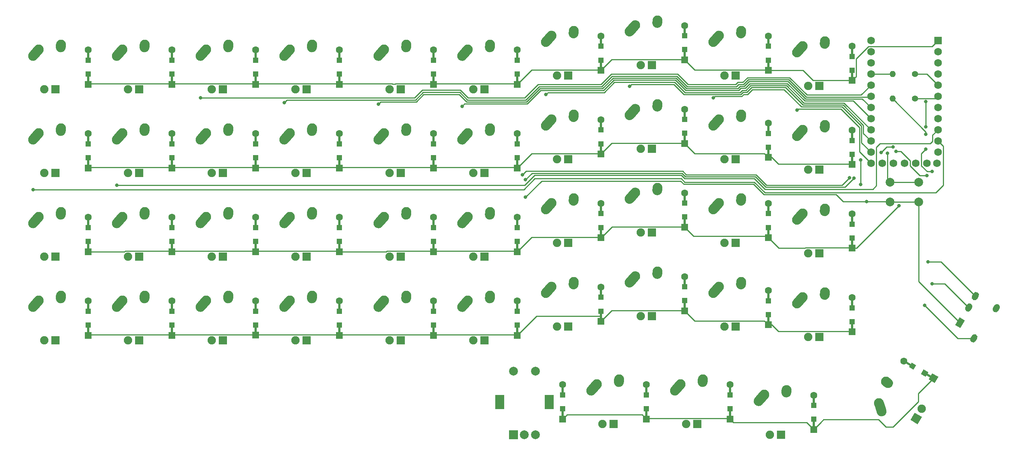
<source format=gbr>
%TF.GenerationSoftware,KiCad,Pcbnew,(5.1.9-0-10_14)*%
%TF.CreationDate,2021-04-19T01:17:04-05:00*%
%TF.ProjectId,wren-left,7772656e-2d6c-4656-9674-2e6b69636164,rev?*%
%TF.SameCoordinates,Original*%
%TF.FileFunction,Copper,L2,Bot*%
%TF.FilePolarity,Positive*%
%FSLAX46Y46*%
G04 Gerber Fmt 4.6, Leading zero omitted, Abs format (unit mm)*
G04 Created by KiCad (PCBNEW (5.1.9-0-10_14)) date 2021-04-19 01:17:04*
%MOMM*%
%LPD*%
G01*
G04 APERTURE LIST*
%TA.AperFunction,ComponentPad*%
%ADD10C,0.100000*%
%TD*%
%TA.AperFunction,ComponentPad*%
%ADD11C,1.905000*%
%TD*%
%TA.AperFunction,ComponentPad*%
%ADD12C,2.250000*%
%TD*%
%TA.AperFunction,ComponentPad*%
%ADD13O,1.400000X1.400000*%
%TD*%
%TA.AperFunction,ComponentPad*%
%ADD14C,1.400000*%
%TD*%
%TA.AperFunction,SMDPad,CuDef*%
%ADD15R,0.500000X2.500000*%
%TD*%
%TA.AperFunction,ComponentPad*%
%ADD16C,1.600000*%
%TD*%
%TA.AperFunction,ComponentPad*%
%ADD17R,1.600000X1.600000*%
%TD*%
%TA.AperFunction,SMDPad,CuDef*%
%ADD18R,1.200000X1.200000*%
%TD*%
%TA.AperFunction,SMDPad,CuDef*%
%ADD19C,0.100000*%
%TD*%
%TA.AperFunction,ComponentPad*%
%ADD20R,2.000000X2.000000*%
%TD*%
%TA.AperFunction,ComponentPad*%
%ADD21C,2.000000*%
%TD*%
%TA.AperFunction,ComponentPad*%
%ADD22R,2.000000X3.200000*%
%TD*%
%TA.AperFunction,ComponentPad*%
%ADD23C,1.752600*%
%TD*%
%TA.AperFunction,ComponentPad*%
%ADD24R,1.752600X1.752600*%
%TD*%
%TA.AperFunction,ComponentPad*%
%ADD25R,1.905000X1.905000*%
%TD*%
%TA.AperFunction,ViaPad*%
%ADD26C,0.800000*%
%TD*%
%TA.AperFunction,Conductor*%
%ADD27C,0.250000*%
%TD*%
G04 APERTURE END LIST*
%TA.AperFunction,ComponentPad*%
D10*
%TO.P,MX41,4*%
%TO.N,N/C*%
G36*
X244333548Y-117812241D02*
G01*
X242683770Y-116859741D01*
X243636270Y-115209963D01*
X245286048Y-116162463D01*
X244333548Y-117812241D01*
G37*
%TD.AperFunction*%
D11*
%TO.P,MX41,3*%
X245254909Y-114311398D03*
D12*
%TO.P,MX41,1*%
%TO.N,COL0*%
X235506398Y-113036314D03*
%TA.AperFunction,ComponentPad*%
G36*
G01*
X236465306Y-115970137D02*
X236465299Y-115970140D01*
G75*
G02*
X235046462Y-115250311I-349504J1069333D01*
G01*
X234437066Y-113385817D01*
G75*
G02*
X235156895Y-111966980I1069333J349504D01*
G01*
X235156895Y-111966980D01*
G75*
G02*
X236575732Y-112686809I349504J-1069333D01*
G01*
X237185128Y-114551303D01*
G75*
G02*
X236465299Y-115970140I-1069333J-349504D01*
G01*
G37*
%TD.AperFunction*%
%TO.P,MX41,2*%
%TO.N,Net-(D41-Pad2)*%
X237091091Y-108131545D03*
%TA.AperFunction,ComponentPad*%
G36*
G01*
X238507150Y-109083649D02*
X238506655Y-109084386D01*
G75*
G02*
X236945186Y-109389455I-933269J628200D01*
G01*
X236462892Y-109064813D01*
G75*
G02*
X236157823Y-107503344I628200J933269D01*
G01*
X236157823Y-107503344D01*
G75*
G02*
X237719292Y-107198275I933269J-628200D01*
G01*
X238201586Y-107522917D01*
G75*
G02*
X238506655Y-109084386I-628200J-933269D01*
G01*
G37*
%TD.AperFunction*%
%TD*%
D13*
%TO.P,R2,2*%
%TO.N,VCC*%
X238585000Y-43656250D03*
D14*
%TO.P,R2,1*%
%TO.N,SCL*%
X243665000Y-43656250D03*
%TD*%
D13*
%TO.P,R1,2*%
%TO.N,VCC*%
X238585000Y-38100000D03*
D14*
%TO.P,R1,1*%
%TO.N,SDA*%
X243665000Y-38100000D03*
%TD*%
D15*
%TO.P,D45,2*%
%TO.N,ENC1-IN*%
X163512500Y-110012500D03*
%TO.P,D45,1*%
%TO.N,ROW4*%
X163512500Y-115412500D03*
D16*
%TO.P,D45,2*%
%TO.N,ENC1-IN*%
X163512500Y-108812500D03*
D17*
%TO.P,D45,1*%
%TO.N,ROW4*%
X163512500Y-116612500D03*
D18*
X163512500Y-114287500D03*
%TO.P,D45,2*%
%TO.N,ENC1-IN*%
X163512500Y-111137500D03*
%TD*%
D15*
%TO.P,D44,2*%
%TO.N,Net-(D44-Pad2)*%
X182562500Y-110012500D03*
%TO.P,D44,1*%
%TO.N,ROW4*%
X182562500Y-115412500D03*
D16*
%TO.P,D44,2*%
%TO.N,Net-(D44-Pad2)*%
X182562500Y-108812500D03*
D17*
%TO.P,D44,1*%
%TO.N,ROW4*%
X182562500Y-116612500D03*
D18*
X182562500Y-114287500D03*
%TO.P,D44,2*%
%TO.N,Net-(D44-Pad2)*%
X182562500Y-111137500D03*
%TD*%
D15*
%TO.P,D43,2*%
%TO.N,Net-(D43-Pad2)*%
X201612500Y-110012500D03*
%TO.P,D43,1*%
%TO.N,ROW4*%
X201612500Y-115412500D03*
D16*
%TO.P,D43,2*%
%TO.N,Net-(D43-Pad2)*%
X201612500Y-108812500D03*
D17*
%TO.P,D43,1*%
%TO.N,ROW4*%
X201612500Y-116612500D03*
D18*
X201612500Y-114287500D03*
%TO.P,D43,2*%
%TO.N,Net-(D43-Pad2)*%
X201612500Y-111137500D03*
%TD*%
D15*
%TO.P,D42,2*%
%TO.N,Net-(D42-Pad2)*%
X220662500Y-112393750D03*
%TO.P,D42,1*%
%TO.N,ROW4*%
X220662500Y-117793750D03*
D16*
%TO.P,D42,2*%
%TO.N,Net-(D42-Pad2)*%
X220662500Y-111193750D03*
D17*
%TO.P,D42,1*%
%TO.N,ROW4*%
X220662500Y-118993750D03*
D18*
X220662500Y-116668750D03*
%TO.P,D42,2*%
%TO.N,Net-(D42-Pad2)*%
X220662500Y-113518750D03*
%TD*%
%TA.AperFunction,SMDPad,CuDef*%
D19*
%TO.P,D41,2*%
%TO.N,Net-(D41-Pad2)*%
G36*
X243407763Y-104436744D02*
G01*
X243157763Y-104869756D01*
X240992699Y-103619756D01*
X241242699Y-103186744D01*
X243407763Y-104436744D01*
G37*
%TD.AperFunction*%
%TA.AperFunction,SMDPad,CuDef*%
%TO.P,D41,1*%
%TO.N,ROW4*%
G36*
X248084301Y-107136744D02*
G01*
X247834301Y-107569756D01*
X245669237Y-106319756D01*
X245919237Y-105886744D01*
X248084301Y-107136744D01*
G37*
%TD.AperFunction*%
D16*
%TO.P,D41,2*%
%TO.N,Net-(D41-Pad2)*%
X241161001Y-103428250D03*
%TA.AperFunction,ComponentPad*%
D10*
%TO.P,D41,1*%
%TO.N,ROW4*%
G36*
X249008819Y-107035430D02*
G01*
X248208819Y-108421070D01*
X246823179Y-107621070D01*
X247623179Y-106235430D01*
X249008819Y-107035430D01*
G37*
%TD.AperFunction*%
%TA.AperFunction,SMDPad,CuDef*%
D19*
G36*
X246722105Y-105946135D02*
G01*
X246122105Y-106985365D01*
X245082875Y-106385365D01*
X245682875Y-105346135D01*
X246722105Y-105946135D01*
G37*
%TD.AperFunction*%
%TA.AperFunction,SMDPad,CuDef*%
%TO.P,D41,2*%
%TO.N,Net-(D41-Pad2)*%
G36*
X243994125Y-104371135D02*
G01*
X243394125Y-105410365D01*
X242354895Y-104810365D01*
X242954895Y-103771135D01*
X243994125Y-104371135D01*
G37*
%TD.AperFunction*%
%TD*%
D15*
%TO.P,D40,2*%
%TO.N,Net-(D40-Pad2)*%
X55605500Y-90962500D03*
%TO.P,D40,1*%
%TO.N,ROW3*%
X55605500Y-96362500D03*
D16*
%TO.P,D40,2*%
%TO.N,Net-(D40-Pad2)*%
X55605500Y-89762500D03*
D17*
%TO.P,D40,1*%
%TO.N,ROW3*%
X55605500Y-97562500D03*
D18*
X55605500Y-95237500D03*
%TO.P,D40,2*%
%TO.N,Net-(D40-Pad2)*%
X55605500Y-92087500D03*
%TD*%
D15*
%TO.P,D39,2*%
%TO.N,Net-(D39-Pad2)*%
X74649500Y-90962500D03*
%TO.P,D39,1*%
%TO.N,ROW3*%
X74649500Y-96362500D03*
D16*
%TO.P,D39,2*%
%TO.N,Net-(D39-Pad2)*%
X74649500Y-89762500D03*
D17*
%TO.P,D39,1*%
%TO.N,ROW3*%
X74649500Y-97562500D03*
D18*
X74649500Y-95237500D03*
%TO.P,D39,2*%
%TO.N,Net-(D39-Pad2)*%
X74649500Y-92087500D03*
%TD*%
D15*
%TO.P,D38,2*%
%TO.N,Net-(D38-Pad2)*%
X93693500Y-90950000D03*
%TO.P,D38,1*%
%TO.N,ROW3*%
X93693500Y-96350000D03*
D16*
%TO.P,D38,2*%
%TO.N,Net-(D38-Pad2)*%
X93693500Y-89750000D03*
D17*
%TO.P,D38,1*%
%TO.N,ROW3*%
X93693500Y-97550000D03*
D18*
X93693500Y-95225000D03*
%TO.P,D38,2*%
%TO.N,Net-(D38-Pad2)*%
X93693500Y-92075000D03*
%TD*%
D15*
%TO.P,D37,2*%
%TO.N,Net-(D37-Pad2)*%
X112737500Y-90962500D03*
%TO.P,D37,1*%
%TO.N,ROW3*%
X112737500Y-96362500D03*
D16*
%TO.P,D37,2*%
%TO.N,Net-(D37-Pad2)*%
X112737500Y-89762500D03*
D17*
%TO.P,D37,1*%
%TO.N,ROW3*%
X112737500Y-97562500D03*
D18*
X112737500Y-95237500D03*
%TO.P,D37,2*%
%TO.N,Net-(D37-Pad2)*%
X112737500Y-92087500D03*
%TD*%
D15*
%TO.P,D36,2*%
%TO.N,Net-(D36-Pad2)*%
X134162000Y-90962500D03*
%TO.P,D36,1*%
%TO.N,ROW3*%
X134162000Y-96362500D03*
D16*
%TO.P,D36,2*%
%TO.N,Net-(D36-Pad2)*%
X134162000Y-89762500D03*
D17*
%TO.P,D36,1*%
%TO.N,ROW3*%
X134162000Y-97562500D03*
D18*
X134162000Y-95237500D03*
%TO.P,D36,2*%
%TO.N,Net-(D36-Pad2)*%
X134162000Y-92087500D03*
%TD*%
D15*
%TO.P,D35,2*%
%TO.N,Net-(D35-Pad2)*%
X153206000Y-90962500D03*
%TO.P,D35,1*%
%TO.N,ROW3*%
X153206000Y-96362500D03*
D16*
%TO.P,D35,2*%
%TO.N,Net-(D35-Pad2)*%
X153206000Y-89762500D03*
D17*
%TO.P,D35,1*%
%TO.N,ROW3*%
X153206000Y-97562500D03*
D18*
X153206000Y-95237500D03*
%TO.P,D35,2*%
%TO.N,Net-(D35-Pad2)*%
X153206000Y-92087500D03*
%TD*%
D15*
%TO.P,D34,2*%
%TO.N,Net-(D34-Pad2)*%
X172250000Y-87787500D03*
%TO.P,D34,1*%
%TO.N,ROW3*%
X172250000Y-93187500D03*
D16*
%TO.P,D34,2*%
%TO.N,Net-(D34-Pad2)*%
X172250000Y-86587500D03*
D17*
%TO.P,D34,1*%
%TO.N,ROW3*%
X172250000Y-94387500D03*
D18*
X172250000Y-92062500D03*
%TO.P,D34,2*%
%TO.N,Net-(D34-Pad2)*%
X172250000Y-88912500D03*
%TD*%
D15*
%TO.P,D33,2*%
%TO.N,Net-(D33-Pad2)*%
X191294000Y-85406250D03*
%TO.P,D33,1*%
%TO.N,ROW3*%
X191294000Y-90806250D03*
D16*
%TO.P,D33,2*%
%TO.N,Net-(D33-Pad2)*%
X191294000Y-84206250D03*
D17*
%TO.P,D33,1*%
%TO.N,ROW3*%
X191294000Y-92006250D03*
D18*
X191294000Y-89681250D03*
%TO.P,D33,2*%
%TO.N,Net-(D33-Pad2)*%
X191294000Y-86531250D03*
%TD*%
D15*
%TO.P,D32,2*%
%TO.N,Net-(D32-Pad2)*%
X210338000Y-88581250D03*
%TO.P,D32,1*%
%TO.N,ROW3*%
X210338000Y-93981250D03*
D16*
%TO.P,D32,2*%
%TO.N,Net-(D32-Pad2)*%
X210338000Y-87381250D03*
D17*
%TO.P,D32,1*%
%TO.N,ROW3*%
X210338000Y-95181250D03*
D18*
X210338000Y-92856250D03*
%TO.P,D32,2*%
%TO.N,Net-(D32-Pad2)*%
X210338000Y-89706250D03*
%TD*%
D15*
%TO.P,D31,2*%
%TO.N,Net-(D31-Pad2)*%
X229382000Y-90168750D03*
%TO.P,D31,1*%
%TO.N,ROW3*%
X229382000Y-95568750D03*
D16*
%TO.P,D31,2*%
%TO.N,Net-(D31-Pad2)*%
X229382000Y-88968750D03*
D17*
%TO.P,D31,1*%
%TO.N,ROW3*%
X229382000Y-96768750D03*
D18*
X229382000Y-94443750D03*
%TO.P,D31,2*%
%TO.N,Net-(D31-Pad2)*%
X229382000Y-91293750D03*
%TD*%
D15*
%TO.P,D30,2*%
%TO.N,Net-(D30-Pad2)*%
X55605500Y-71912500D03*
%TO.P,D30,1*%
%TO.N,ROW2*%
X55605500Y-77312500D03*
D16*
%TO.P,D30,2*%
%TO.N,Net-(D30-Pad2)*%
X55605500Y-70712500D03*
D17*
%TO.P,D30,1*%
%TO.N,ROW2*%
X55605500Y-78512500D03*
D18*
X55605500Y-76187500D03*
%TO.P,D30,2*%
%TO.N,Net-(D30-Pad2)*%
X55605500Y-73037500D03*
%TD*%
D15*
%TO.P,D29,2*%
%TO.N,Net-(D29-Pad2)*%
X74649500Y-71912500D03*
%TO.P,D29,1*%
%TO.N,ROW2*%
X74649500Y-77312500D03*
D16*
%TO.P,D29,2*%
%TO.N,Net-(D29-Pad2)*%
X74649500Y-70712500D03*
D17*
%TO.P,D29,1*%
%TO.N,ROW2*%
X74649500Y-78512500D03*
D18*
X74649500Y-76187500D03*
%TO.P,D29,2*%
%TO.N,Net-(D29-Pad2)*%
X74649500Y-73037500D03*
%TD*%
D15*
%TO.P,D28,2*%
%TO.N,Net-(D28-Pad2)*%
X93693500Y-71912500D03*
%TO.P,D28,1*%
%TO.N,ROW2*%
X93693500Y-77312500D03*
D16*
%TO.P,D28,2*%
%TO.N,Net-(D28-Pad2)*%
X93693500Y-70712500D03*
D17*
%TO.P,D28,1*%
%TO.N,ROW2*%
X93693500Y-78512500D03*
D18*
X93693500Y-76187500D03*
%TO.P,D28,2*%
%TO.N,Net-(D28-Pad2)*%
X93693500Y-73037500D03*
%TD*%
D15*
%TO.P,D27,2*%
%TO.N,Net-(D27-Pad2)*%
X112737500Y-71912500D03*
%TO.P,D27,1*%
%TO.N,ROW2*%
X112737500Y-77312500D03*
D16*
%TO.P,D27,2*%
%TO.N,Net-(D27-Pad2)*%
X112737500Y-70712500D03*
D17*
%TO.P,D27,1*%
%TO.N,ROW2*%
X112737500Y-78512500D03*
D18*
X112737500Y-76187500D03*
%TO.P,D27,2*%
%TO.N,Net-(D27-Pad2)*%
X112737500Y-73037500D03*
%TD*%
D15*
%TO.P,D26,2*%
%TO.N,Net-(D26-Pad2)*%
X134162000Y-71912500D03*
%TO.P,D26,1*%
%TO.N,ROW2*%
X134162000Y-77312500D03*
D16*
%TO.P,D26,2*%
%TO.N,Net-(D26-Pad2)*%
X134162000Y-70712500D03*
D17*
%TO.P,D26,1*%
%TO.N,ROW2*%
X134162000Y-78512500D03*
D18*
X134162000Y-76187500D03*
%TO.P,D26,2*%
%TO.N,Net-(D26-Pad2)*%
X134162000Y-73037500D03*
%TD*%
D15*
%TO.P,D25,2*%
%TO.N,Net-(D25-Pad2)*%
X153206000Y-71912500D03*
%TO.P,D25,1*%
%TO.N,ROW2*%
X153206000Y-77312500D03*
D16*
%TO.P,D25,2*%
%TO.N,Net-(D25-Pad2)*%
X153206000Y-70712500D03*
D17*
%TO.P,D25,1*%
%TO.N,ROW2*%
X153206000Y-78512500D03*
D18*
X153206000Y-76187500D03*
%TO.P,D25,2*%
%TO.N,Net-(D25-Pad2)*%
X153206000Y-73037500D03*
%TD*%
D15*
%TO.P,D24,2*%
%TO.N,Net-(D24-Pad2)*%
X172250000Y-68737500D03*
%TO.P,D24,1*%
%TO.N,ROW2*%
X172250000Y-74137500D03*
D16*
%TO.P,D24,2*%
%TO.N,Net-(D24-Pad2)*%
X172250000Y-67537500D03*
D17*
%TO.P,D24,1*%
%TO.N,ROW2*%
X172250000Y-75337500D03*
D18*
X172250000Y-73012500D03*
%TO.P,D24,2*%
%TO.N,Net-(D24-Pad2)*%
X172250000Y-69862500D03*
%TD*%
D15*
%TO.P,D23,2*%
%TO.N,Net-(D23-Pad2)*%
X191294000Y-66356250D03*
%TO.P,D23,1*%
%TO.N,ROW2*%
X191294000Y-71756250D03*
D16*
%TO.P,D23,2*%
%TO.N,Net-(D23-Pad2)*%
X191294000Y-65156250D03*
D17*
%TO.P,D23,1*%
%TO.N,ROW2*%
X191294000Y-72956250D03*
D18*
X191294000Y-70631250D03*
%TO.P,D23,2*%
%TO.N,Net-(D23-Pad2)*%
X191294000Y-67481250D03*
%TD*%
D15*
%TO.P,D22,2*%
%TO.N,Net-(D22-Pad2)*%
X210338000Y-68737500D03*
%TO.P,D22,1*%
%TO.N,ROW2*%
X210338000Y-74137500D03*
D16*
%TO.P,D22,2*%
%TO.N,Net-(D22-Pad2)*%
X210338000Y-67537500D03*
D17*
%TO.P,D22,1*%
%TO.N,ROW2*%
X210338000Y-75337500D03*
D18*
X210338000Y-73012500D03*
%TO.P,D22,2*%
%TO.N,Net-(D22-Pad2)*%
X210338000Y-69862500D03*
%TD*%
D15*
%TO.P,D21,2*%
%TO.N,Net-(D21-Pad2)*%
X229382000Y-71118750D03*
%TO.P,D21,1*%
%TO.N,ROW2*%
X229382000Y-76518750D03*
D16*
%TO.P,D21,2*%
%TO.N,Net-(D21-Pad2)*%
X229382000Y-69918750D03*
D17*
%TO.P,D21,1*%
%TO.N,ROW2*%
X229382000Y-77718750D03*
D18*
X229382000Y-75393750D03*
%TO.P,D21,2*%
%TO.N,Net-(D21-Pad2)*%
X229382000Y-72243750D03*
%TD*%
D15*
%TO.P,D20,2*%
%TO.N,Net-(D20-Pad2)*%
X55605500Y-52862500D03*
%TO.P,D20,1*%
%TO.N,ROW1*%
X55605500Y-58262500D03*
D16*
%TO.P,D20,2*%
%TO.N,Net-(D20-Pad2)*%
X55605500Y-51662500D03*
D17*
%TO.P,D20,1*%
%TO.N,ROW1*%
X55605500Y-59462500D03*
D18*
X55605500Y-57137500D03*
%TO.P,D20,2*%
%TO.N,Net-(D20-Pad2)*%
X55605500Y-53987500D03*
%TD*%
D15*
%TO.P,D19,2*%
%TO.N,Net-(D19-Pad2)*%
X74649500Y-52862500D03*
%TO.P,D19,1*%
%TO.N,ROW1*%
X74649500Y-58262500D03*
D16*
%TO.P,D19,2*%
%TO.N,Net-(D19-Pad2)*%
X74649500Y-51662500D03*
D17*
%TO.P,D19,1*%
%TO.N,ROW1*%
X74649500Y-59462500D03*
D18*
X74649500Y-57137500D03*
%TO.P,D19,2*%
%TO.N,Net-(D19-Pad2)*%
X74649500Y-53987500D03*
%TD*%
D15*
%TO.P,D18,2*%
%TO.N,Net-(D18-Pad2)*%
X93693500Y-52862500D03*
%TO.P,D18,1*%
%TO.N,ROW1*%
X93693500Y-58262500D03*
D16*
%TO.P,D18,2*%
%TO.N,Net-(D18-Pad2)*%
X93693500Y-51662500D03*
D17*
%TO.P,D18,1*%
%TO.N,ROW1*%
X93693500Y-59462500D03*
D18*
X93693500Y-57137500D03*
%TO.P,D18,2*%
%TO.N,Net-(D18-Pad2)*%
X93693500Y-53987500D03*
%TD*%
D15*
%TO.P,D17,2*%
%TO.N,Net-(D17-Pad2)*%
X112737500Y-52862500D03*
%TO.P,D17,1*%
%TO.N,ROW1*%
X112737500Y-58262500D03*
D16*
%TO.P,D17,2*%
%TO.N,Net-(D17-Pad2)*%
X112737500Y-51662500D03*
D17*
%TO.P,D17,1*%
%TO.N,ROW1*%
X112737500Y-59462500D03*
D18*
X112737500Y-57137500D03*
%TO.P,D17,2*%
%TO.N,Net-(D17-Pad2)*%
X112737500Y-53987500D03*
%TD*%
D15*
%TO.P,D16,2*%
%TO.N,Net-(D16-Pad2)*%
X134162000Y-52862500D03*
%TO.P,D16,1*%
%TO.N,ROW1*%
X134162000Y-58262500D03*
D16*
%TO.P,D16,2*%
%TO.N,Net-(D16-Pad2)*%
X134162000Y-51662500D03*
D17*
%TO.P,D16,1*%
%TO.N,ROW1*%
X134162000Y-59462500D03*
D18*
X134162000Y-57137500D03*
%TO.P,D16,2*%
%TO.N,Net-(D16-Pad2)*%
X134162000Y-53987500D03*
%TD*%
D15*
%TO.P,D15,2*%
%TO.N,Net-(D15-Pad2)*%
X153206000Y-52862500D03*
%TO.P,D15,1*%
%TO.N,ROW1*%
X153206000Y-58262500D03*
D16*
%TO.P,D15,2*%
%TO.N,Net-(D15-Pad2)*%
X153206000Y-51662500D03*
D17*
%TO.P,D15,1*%
%TO.N,ROW1*%
X153206000Y-59462500D03*
D18*
X153206000Y-57137500D03*
%TO.P,D15,2*%
%TO.N,Net-(D15-Pad2)*%
X153206000Y-53987500D03*
%TD*%
D15*
%TO.P,D14,2*%
%TO.N,Net-(D14-Pad2)*%
X172250000Y-49687500D03*
%TO.P,D14,1*%
%TO.N,ROW1*%
X172250000Y-55087500D03*
D16*
%TO.P,D14,2*%
%TO.N,Net-(D14-Pad2)*%
X172250000Y-48487500D03*
D17*
%TO.P,D14,1*%
%TO.N,ROW1*%
X172250000Y-56287500D03*
D18*
X172250000Y-53962500D03*
%TO.P,D14,2*%
%TO.N,Net-(D14-Pad2)*%
X172250000Y-50812500D03*
%TD*%
D15*
%TO.P,D13,2*%
%TO.N,Net-(D13-Pad2)*%
X191294000Y-47306250D03*
%TO.P,D13,1*%
%TO.N,ROW1*%
X191294000Y-52706250D03*
D16*
%TO.P,D13,2*%
%TO.N,Net-(D13-Pad2)*%
X191294000Y-46106250D03*
D17*
%TO.P,D13,1*%
%TO.N,ROW1*%
X191294000Y-53906250D03*
D18*
X191294000Y-51581250D03*
%TO.P,D13,2*%
%TO.N,Net-(D13-Pad2)*%
X191294000Y-48431250D03*
%TD*%
D15*
%TO.P,D12,2*%
%TO.N,Net-(D12-Pad2)*%
X210338000Y-50481250D03*
%TO.P,D12,1*%
%TO.N,ROW1*%
X210338000Y-55881250D03*
D16*
%TO.P,D12,2*%
%TO.N,Net-(D12-Pad2)*%
X210338000Y-49281250D03*
D17*
%TO.P,D12,1*%
%TO.N,ROW1*%
X210338000Y-57081250D03*
D18*
X210338000Y-54756250D03*
%TO.P,D12,2*%
%TO.N,Net-(D12-Pad2)*%
X210338000Y-51606250D03*
%TD*%
D15*
%TO.P,D11,2*%
%TO.N,Net-(D11-Pad2)*%
X229382000Y-52068750D03*
%TO.P,D11,1*%
%TO.N,ROW1*%
X229382000Y-57468750D03*
D16*
%TO.P,D11,2*%
%TO.N,Net-(D11-Pad2)*%
X229382000Y-50868750D03*
D17*
%TO.P,D11,1*%
%TO.N,ROW1*%
X229382000Y-58668750D03*
D18*
X229382000Y-56343750D03*
%TO.P,D11,2*%
%TO.N,Net-(D11-Pad2)*%
X229382000Y-53193750D03*
%TD*%
D15*
%TO.P,D10,2*%
%TO.N,Net-(D10-Pad2)*%
X55605500Y-33812500D03*
%TO.P,D10,1*%
%TO.N,ROW0*%
X55605500Y-39212500D03*
D16*
%TO.P,D10,2*%
%TO.N,Net-(D10-Pad2)*%
X55605500Y-32612500D03*
D17*
%TO.P,D10,1*%
%TO.N,ROW0*%
X55605500Y-40412500D03*
D18*
X55605500Y-38087500D03*
%TO.P,D10,2*%
%TO.N,Net-(D10-Pad2)*%
X55605500Y-34937500D03*
%TD*%
D15*
%TO.P,D9,2*%
%TO.N,Net-(D9-Pad2)*%
X74649500Y-33812500D03*
%TO.P,D9,1*%
%TO.N,ROW0*%
X74649500Y-39212500D03*
D16*
%TO.P,D9,2*%
%TO.N,Net-(D9-Pad2)*%
X74649500Y-32612500D03*
D17*
%TO.P,D9,1*%
%TO.N,ROW0*%
X74649500Y-40412500D03*
D18*
X74649500Y-38087500D03*
%TO.P,D9,2*%
%TO.N,Net-(D9-Pad2)*%
X74649500Y-34937500D03*
%TD*%
D15*
%TO.P,D8,2*%
%TO.N,Net-(D8-Pad2)*%
X93693500Y-33812500D03*
%TO.P,D8,1*%
%TO.N,ROW0*%
X93693500Y-39212500D03*
D16*
%TO.P,D8,2*%
%TO.N,Net-(D8-Pad2)*%
X93693500Y-32612500D03*
D17*
%TO.P,D8,1*%
%TO.N,ROW0*%
X93693500Y-40412500D03*
D18*
X93693500Y-38087500D03*
%TO.P,D8,2*%
%TO.N,Net-(D8-Pad2)*%
X93693500Y-34937500D03*
%TD*%
D15*
%TO.P,D7,2*%
%TO.N,Net-(D7-Pad2)*%
X112737500Y-33812500D03*
%TO.P,D7,1*%
%TO.N,ROW0*%
X112737500Y-39212500D03*
D16*
%TO.P,D7,2*%
%TO.N,Net-(D7-Pad2)*%
X112737500Y-32612500D03*
D17*
%TO.P,D7,1*%
%TO.N,ROW0*%
X112737500Y-40412500D03*
D18*
X112737500Y-38087500D03*
%TO.P,D7,2*%
%TO.N,Net-(D7-Pad2)*%
X112737500Y-34937500D03*
%TD*%
D15*
%TO.P,D6,2*%
%TO.N,Net-(D6-Pad2)*%
X134162000Y-33812500D03*
%TO.P,D6,1*%
%TO.N,ROW0*%
X134162000Y-39212500D03*
D16*
%TO.P,D6,2*%
%TO.N,Net-(D6-Pad2)*%
X134162000Y-32612500D03*
D17*
%TO.P,D6,1*%
%TO.N,ROW0*%
X134162000Y-40412500D03*
D18*
X134162000Y-38087500D03*
%TO.P,D6,2*%
%TO.N,Net-(D6-Pad2)*%
X134162000Y-34937500D03*
%TD*%
D15*
%TO.P,D5,2*%
%TO.N,Net-(D5-Pad2)*%
X153206000Y-33812500D03*
%TO.P,D5,1*%
%TO.N,ROW0*%
X153206000Y-39212500D03*
D16*
%TO.P,D5,2*%
%TO.N,Net-(D5-Pad2)*%
X153206000Y-32612500D03*
D17*
%TO.P,D5,1*%
%TO.N,ROW0*%
X153206000Y-40412500D03*
D18*
X153206000Y-38087500D03*
%TO.P,D5,2*%
%TO.N,Net-(D5-Pad2)*%
X153206000Y-34937500D03*
%TD*%
D15*
%TO.P,D4,2*%
%TO.N,Net-(D4-Pad2)*%
X172250000Y-30637500D03*
%TO.P,D4,1*%
%TO.N,ROW0*%
X172250000Y-36037500D03*
D16*
%TO.P,D4,2*%
%TO.N,Net-(D4-Pad2)*%
X172250000Y-29437500D03*
D17*
%TO.P,D4,1*%
%TO.N,ROW0*%
X172250000Y-37237500D03*
D18*
X172250000Y-34912500D03*
%TO.P,D4,2*%
%TO.N,Net-(D4-Pad2)*%
X172250000Y-31762500D03*
%TD*%
D15*
%TO.P,D3,2*%
%TO.N,Net-(D3-Pad2)*%
X191294000Y-28256250D03*
%TO.P,D3,1*%
%TO.N,ROW0*%
X191294000Y-33656250D03*
D16*
%TO.P,D3,2*%
%TO.N,Net-(D3-Pad2)*%
X191294000Y-27056250D03*
D17*
%TO.P,D3,1*%
%TO.N,ROW0*%
X191294000Y-34856250D03*
D18*
X191294000Y-32531250D03*
%TO.P,D3,2*%
%TO.N,Net-(D3-Pad2)*%
X191294000Y-29381250D03*
%TD*%
D15*
%TO.P,D2,2*%
%TO.N,Net-(D2-Pad2)*%
X210338000Y-30637500D03*
%TO.P,D2,1*%
%TO.N,ROW0*%
X210338000Y-36037500D03*
D16*
%TO.P,D2,2*%
%TO.N,Net-(D2-Pad2)*%
X210338000Y-29437500D03*
D17*
%TO.P,D2,1*%
%TO.N,ROW0*%
X210338000Y-37237500D03*
D18*
X210338000Y-34912500D03*
%TO.P,D2,2*%
%TO.N,Net-(D2-Pad2)*%
X210338000Y-31762500D03*
%TD*%
D15*
%TO.P,D1,2*%
%TO.N,Net-(D1-Pad2)*%
X229382000Y-32956250D03*
%TO.P,D1,1*%
%TO.N,ROW0*%
X229382000Y-38356250D03*
D16*
%TO.P,D1,2*%
%TO.N,Net-(D1-Pad2)*%
X229382000Y-31756250D03*
D17*
%TO.P,D1,1*%
%TO.N,ROW0*%
X229382000Y-39556250D03*
D18*
X229382000Y-37231250D03*
%TO.P,D1,2*%
%TO.N,Net-(D1-Pad2)*%
X229382000Y-34081250D03*
%TD*%
D20*
%TO.P,ENC1,A*%
%TO.N,LEFT*%
X152336500Y-120237250D03*
D21*
%TO.P,ENC1,C*%
%TO.N,GND*%
X154836500Y-120237250D03*
%TO.P,ENC1,B*%
%TO.N,RIGHT*%
X157336500Y-120237250D03*
D22*
%TO.P,ENC1,MP*%
%TO.N,N/C*%
X149236500Y-112737250D03*
X160436500Y-112737250D03*
D21*
%TO.P,ENC1,S2*%
%TO.N,COL4*%
X152336500Y-105737250D03*
%TO.P,ENC1,S1*%
%TO.N,ENC1-IN*%
X157336500Y-105737250D03*
%TD*%
D23*
%TO.P,U1,25*%
%TO.N,N/C*%
X246380000Y-58420000D03*
%TO.P,U1,26*%
X243840000Y-58420000D03*
%TO.P,U1,27*%
X241300000Y-58420000D03*
%TO.P,U1,28*%
%TO.N,RIGHT*%
X238760000Y-58420000D03*
%TO.P,U1,29*%
%TO.N,LEFT*%
X236220000Y-58420000D03*
%TO.P,U1,24*%
%TO.N,N/C*%
X233680000Y-30480000D03*
%TO.P,U1,12*%
%TO.N,ROW4*%
X248691400Y-58420000D03*
%TO.P,U1,23*%
%TO.N,GND*%
X233680000Y-33020000D03*
%TO.P,U1,22*%
%TO.N,Net-(SW0-Pad1)*%
X233680000Y-35560000D03*
%TO.P,U1,21*%
%TO.N,VCC*%
X233680000Y-38100000D03*
%TO.P,U1,20*%
%TO.N,COL7*%
X233680000Y-40640000D03*
%TO.P,U1,19*%
%TO.N,COL6*%
X233680000Y-43180000D03*
%TO.P,U1,18*%
%TO.N,COL5*%
X233680000Y-45720000D03*
%TO.P,U1,17*%
%TO.N,COL4*%
X233680000Y-48260000D03*
%TO.P,U1,16*%
%TO.N,COL3*%
X233680000Y-50800000D03*
%TO.P,U1,15*%
%TO.N,COL2*%
X233680000Y-53340000D03*
%TO.P,U1,14*%
%TO.N,COL1*%
X233680000Y-55880000D03*
%TO.P,U1,13*%
%TO.N,COL0*%
X233680000Y-58420000D03*
%TO.P,U1,11*%
%TO.N,N/C*%
X248920000Y-55880000D03*
%TO.P,U1,10*%
%TO.N,COL9*%
X248920000Y-53340000D03*
%TO.P,U1,9*%
%TO.N,COL8*%
X248920000Y-50800000D03*
%TO.P,U1,8*%
%TO.N,ROW3*%
X248920000Y-48260000D03*
%TO.P,U1,7*%
%TO.N,ROW2*%
X248920000Y-45720000D03*
%TO.P,U1,6*%
%TO.N,SCL*%
X248920000Y-43180000D03*
%TO.P,U1,5*%
%TO.N,SDA*%
X248920000Y-40640000D03*
%TO.P,U1,4*%
%TO.N,N/C*%
X248920000Y-38100000D03*
%TO.P,U1,3*%
X248920000Y-35560000D03*
%TO.P,U1,2*%
%TO.N,ROW1*%
X248920000Y-33020000D03*
D24*
%TO.P,U1,1*%
%TO.N,ROW0*%
X248920000Y-30480000D03*
%TD*%
D21*
%TO.P,SW0,1*%
%TO.N,Net-(SW0-Pad1)*%
X244561500Y-62706250D03*
%TO.P,SW0,2*%
%TO.N,GND*%
X244561500Y-67206250D03*
%TO.P,SW0,1*%
%TO.N,Net-(SW0-Pad1)*%
X238061500Y-62706250D03*
%TO.P,SW0,2*%
%TO.N,GND*%
X238061500Y-67206250D03*
%TD*%
%TO.P,J1,R2*%
%TO.N,SCL*%
%TA.AperFunction,ComponentPad*%
G36*
G01*
X257936500Y-87782046D02*
X257936500Y-87782046D01*
G75*
G02*
X258192718Y-88738264I-350000J-606218D01*
G01*
X257892718Y-89257880D01*
G75*
G02*
X256936500Y-89514098I-606218J350000D01*
G01*
X256936500Y-89514098D01*
G75*
G02*
X256680282Y-88557880I350000J606218D01*
G01*
X256980282Y-88038264D01*
G75*
G02*
X257936500Y-87782046I606218J-350000D01*
G01*
G37*
%TD.AperFunction*%
%TO.P,J1,R1*%
%TO.N,VCC*%
%TA.AperFunction,ComponentPad*%
G36*
G01*
X256436500Y-90380122D02*
X256436500Y-90380122D01*
G75*
G02*
X256692718Y-91336340I-350000J-606218D01*
G01*
X256392718Y-91855956D01*
G75*
G02*
X255436500Y-92112174I-606218J350000D01*
G01*
X255436500Y-92112174D01*
G75*
G02*
X255180282Y-91155956I350000J606218D01*
G01*
X255480282Y-90636340D01*
G75*
G02*
X256436500Y-90380122I606218J-350000D01*
G01*
G37*
%TD.AperFunction*%
%TA.AperFunction,ComponentPad*%
D10*
%TO.P,J1,T*%
%TO.N,GND*%
G36*
X253830282Y-93494225D02*
G01*
X255042718Y-94194225D01*
X254042718Y-95926275D01*
X252830282Y-95226275D01*
X253830282Y-93494225D01*
G37*
%TD.AperFunction*%
%TO.P,J1,S*%
%TO.N,SDA*%
%TA.AperFunction,ComponentPad*%
G36*
G01*
X257583614Y-97393262D02*
X257583614Y-97393262D01*
G75*
G02*
X257839832Y-98349480I-350000J-606218D01*
G01*
X257539832Y-98869096D01*
G75*
G02*
X256583614Y-99125314I-606218J350000D01*
G01*
X256583614Y-99125314D01*
G75*
G02*
X256327396Y-98169096I350000J606218D01*
G01*
X256627396Y-97649480D01*
G75*
G02*
X257583614Y-97393262I606218J-350000D01*
G01*
G37*
%TD.AperFunction*%
%TO.P,J1,*%
%TO.N,*%
%TA.AperFunction,ComponentPad*%
G36*
G01*
X262699640Y-90532046D02*
X262699640Y-90532046D01*
G75*
G02*
X262955858Y-91488264I-350000J-606218D01*
G01*
X262655858Y-92007880D01*
G75*
G02*
X261699640Y-92264098I-606218J350000D01*
G01*
X261699640Y-92264098D01*
G75*
G02*
X261443422Y-91307880I350000J606218D01*
G01*
X261743422Y-90788264D01*
G75*
G02*
X262699640Y-90532046I606218J-350000D01*
G01*
G37*
%TD.AperFunction*%
%TD*%
D25*
%TO.P,MX44,4*%
%TO.N,N/C*%
X175101250Y-117792500D03*
D11*
%TO.P,MX44,3*%
X172561250Y-117792500D03*
D12*
%TO.P,MX44,1*%
%TO.N,COL3*%
X171331250Y-108712500D03*
%TA.AperFunction,ComponentPad*%
G36*
G01*
X169269938Y-111009850D02*
X169269933Y-111009845D01*
G75*
G02*
X169183905Y-109421183I751317J837345D01*
G01*
X170493907Y-107961183D01*
G75*
G02*
X172082569Y-107875155I837345J-751317D01*
G01*
X172082569Y-107875155D01*
G75*
G02*
X172168597Y-109463817I-751317J-837345D01*
G01*
X170858595Y-110923817D01*
G75*
G02*
X169269933Y-111009845I-837345J751317D01*
G01*
G37*
%TD.AperFunction*%
%TO.P,MX44,2*%
%TO.N,Net-(D44-Pad2)*%
X176371250Y-107632500D03*
%TA.AperFunction,ComponentPad*%
G36*
G01*
X176254733Y-109334895D02*
X176253847Y-109334834D01*
G75*
G02*
X175208916Y-108135097I77403J1122334D01*
G01*
X175248916Y-107555097D01*
G75*
G02*
X176448653Y-106510166I1122334J-77403D01*
G01*
X176448653Y-106510166D01*
G75*
G02*
X177493584Y-107709903I-77403J-1122334D01*
G01*
X177453584Y-108289903D01*
G75*
G02*
X176253847Y-109334834I-1122334J77403D01*
G01*
G37*
%TD.AperFunction*%
%TD*%
D25*
%TO.P,MX43,4*%
%TO.N,N/C*%
X194151250Y-117792500D03*
D11*
%TO.P,MX43,3*%
X191611250Y-117792500D03*
D12*
%TO.P,MX43,1*%
%TO.N,COL2*%
X190381250Y-108712500D03*
%TA.AperFunction,ComponentPad*%
G36*
G01*
X188319938Y-111009850D02*
X188319933Y-111009845D01*
G75*
G02*
X188233905Y-109421183I751317J837345D01*
G01*
X189543907Y-107961183D01*
G75*
G02*
X191132569Y-107875155I837345J-751317D01*
G01*
X191132569Y-107875155D01*
G75*
G02*
X191218597Y-109463817I-751317J-837345D01*
G01*
X189908595Y-110923817D01*
G75*
G02*
X188319933Y-111009845I-837345J751317D01*
G01*
G37*
%TD.AperFunction*%
%TO.P,MX43,2*%
%TO.N,Net-(D43-Pad2)*%
X195421250Y-107632500D03*
%TA.AperFunction,ComponentPad*%
G36*
G01*
X195304733Y-109334895D02*
X195303847Y-109334834D01*
G75*
G02*
X194258916Y-108135097I77403J1122334D01*
G01*
X194298916Y-107555097D01*
G75*
G02*
X195498653Y-106510166I1122334J-77403D01*
G01*
X195498653Y-106510166D01*
G75*
G02*
X196543584Y-107709903I-77403J-1122334D01*
G01*
X196503584Y-108289903D01*
G75*
G02*
X195303847Y-109334834I-1122334J77403D01*
G01*
G37*
%TD.AperFunction*%
%TD*%
D25*
%TO.P,MX42,4*%
%TO.N,N/C*%
X213201250Y-120173750D03*
D11*
%TO.P,MX42,3*%
X210661250Y-120173750D03*
D12*
%TO.P,MX42,1*%
%TO.N,COL1*%
X209431250Y-111093750D03*
%TA.AperFunction,ComponentPad*%
G36*
G01*
X207369938Y-113391100D02*
X207369933Y-113391095D01*
G75*
G02*
X207283905Y-111802433I751317J837345D01*
G01*
X208593907Y-110342433D01*
G75*
G02*
X210182569Y-110256405I837345J-751317D01*
G01*
X210182569Y-110256405D01*
G75*
G02*
X210268597Y-111845067I-751317J-837345D01*
G01*
X208958595Y-113305067D01*
G75*
G02*
X207369933Y-113391095I-837345J751317D01*
G01*
G37*
%TD.AperFunction*%
%TO.P,MX42,2*%
%TO.N,Net-(D42-Pad2)*%
X214471250Y-110013750D03*
%TA.AperFunction,ComponentPad*%
G36*
G01*
X214354733Y-111716145D02*
X214353847Y-111716084D01*
G75*
G02*
X213308916Y-110516347I77403J1122334D01*
G01*
X213348916Y-109936347D01*
G75*
G02*
X214548653Y-108891416I1122334J-77403D01*
G01*
X214548653Y-108891416D01*
G75*
G02*
X215593584Y-110091153I-77403J-1122334D01*
G01*
X215553584Y-110671153D01*
G75*
G02*
X214353847Y-111716084I-1122334J77403D01*
G01*
G37*
%TD.AperFunction*%
%TD*%
D25*
%TO.P,MX40,4*%
%TO.N,N/C*%
X48101250Y-98742500D03*
D11*
%TO.P,MX40,3*%
X45561250Y-98742500D03*
D12*
%TO.P,MX40,1*%
%TO.N,COL9*%
X44331250Y-89662500D03*
%TA.AperFunction,ComponentPad*%
G36*
G01*
X42269938Y-91959850D02*
X42269933Y-91959845D01*
G75*
G02*
X42183905Y-90371183I751317J837345D01*
G01*
X43493907Y-88911183D01*
G75*
G02*
X45082569Y-88825155I837345J-751317D01*
G01*
X45082569Y-88825155D01*
G75*
G02*
X45168597Y-90413817I-751317J-837345D01*
G01*
X43858595Y-91873817D01*
G75*
G02*
X42269933Y-91959845I-837345J751317D01*
G01*
G37*
%TD.AperFunction*%
%TO.P,MX40,2*%
%TO.N,Net-(D40-Pad2)*%
X49371250Y-88582500D03*
%TA.AperFunction,ComponentPad*%
G36*
G01*
X49254733Y-90284895D02*
X49253847Y-90284834D01*
G75*
G02*
X48208916Y-89085097I77403J1122334D01*
G01*
X48248916Y-88505097D01*
G75*
G02*
X49448653Y-87460166I1122334J-77403D01*
G01*
X49448653Y-87460166D01*
G75*
G02*
X50493584Y-88659903I-77403J-1122334D01*
G01*
X50453584Y-89239903D01*
G75*
G02*
X49253847Y-90284834I-1122334J77403D01*
G01*
G37*
%TD.AperFunction*%
%TD*%
D25*
%TO.P,MX39,4*%
%TO.N,N/C*%
X67151250Y-98742500D03*
D11*
%TO.P,MX39,3*%
X64611250Y-98742500D03*
D12*
%TO.P,MX39,1*%
%TO.N,COL8*%
X63381250Y-89662500D03*
%TA.AperFunction,ComponentPad*%
G36*
G01*
X61319938Y-91959850D02*
X61319933Y-91959845D01*
G75*
G02*
X61233905Y-90371183I751317J837345D01*
G01*
X62543907Y-88911183D01*
G75*
G02*
X64132569Y-88825155I837345J-751317D01*
G01*
X64132569Y-88825155D01*
G75*
G02*
X64218597Y-90413817I-751317J-837345D01*
G01*
X62908595Y-91873817D01*
G75*
G02*
X61319933Y-91959845I-837345J751317D01*
G01*
G37*
%TD.AperFunction*%
%TO.P,MX39,2*%
%TO.N,Net-(D39-Pad2)*%
X68421250Y-88582500D03*
%TA.AperFunction,ComponentPad*%
G36*
G01*
X68304733Y-90284895D02*
X68303847Y-90284834D01*
G75*
G02*
X67258916Y-89085097I77403J1122334D01*
G01*
X67298916Y-88505097D01*
G75*
G02*
X68498653Y-87460166I1122334J-77403D01*
G01*
X68498653Y-87460166D01*
G75*
G02*
X69543584Y-88659903I-77403J-1122334D01*
G01*
X69503584Y-89239903D01*
G75*
G02*
X68303847Y-90284834I-1122334J77403D01*
G01*
G37*
%TD.AperFunction*%
%TD*%
D25*
%TO.P,MX38,4*%
%TO.N,N/C*%
X86201250Y-98742500D03*
D11*
%TO.P,MX38,3*%
X83661250Y-98742500D03*
D12*
%TO.P,MX38,1*%
%TO.N,COL7*%
X82431250Y-89662500D03*
%TA.AperFunction,ComponentPad*%
G36*
G01*
X80369938Y-91959850D02*
X80369933Y-91959845D01*
G75*
G02*
X80283905Y-90371183I751317J837345D01*
G01*
X81593907Y-88911183D01*
G75*
G02*
X83182569Y-88825155I837345J-751317D01*
G01*
X83182569Y-88825155D01*
G75*
G02*
X83268597Y-90413817I-751317J-837345D01*
G01*
X81958595Y-91873817D01*
G75*
G02*
X80369933Y-91959845I-837345J751317D01*
G01*
G37*
%TD.AperFunction*%
%TO.P,MX38,2*%
%TO.N,Net-(D38-Pad2)*%
X87471250Y-88582500D03*
%TA.AperFunction,ComponentPad*%
G36*
G01*
X87354733Y-90284895D02*
X87353847Y-90284834D01*
G75*
G02*
X86308916Y-89085097I77403J1122334D01*
G01*
X86348916Y-88505097D01*
G75*
G02*
X87548653Y-87460166I1122334J-77403D01*
G01*
X87548653Y-87460166D01*
G75*
G02*
X88593584Y-88659903I-77403J-1122334D01*
G01*
X88553584Y-89239903D01*
G75*
G02*
X87353847Y-90284834I-1122334J77403D01*
G01*
G37*
%TD.AperFunction*%
%TD*%
D25*
%TO.P,MX37,4*%
%TO.N,N/C*%
X105251250Y-98742500D03*
D11*
%TO.P,MX37,3*%
X102711250Y-98742500D03*
D12*
%TO.P,MX37,1*%
%TO.N,COL6*%
X101481250Y-89662500D03*
%TA.AperFunction,ComponentPad*%
G36*
G01*
X99419938Y-91959850D02*
X99419933Y-91959845D01*
G75*
G02*
X99333905Y-90371183I751317J837345D01*
G01*
X100643907Y-88911183D01*
G75*
G02*
X102232569Y-88825155I837345J-751317D01*
G01*
X102232569Y-88825155D01*
G75*
G02*
X102318597Y-90413817I-751317J-837345D01*
G01*
X101008595Y-91873817D01*
G75*
G02*
X99419933Y-91959845I-837345J751317D01*
G01*
G37*
%TD.AperFunction*%
%TO.P,MX37,2*%
%TO.N,Net-(D37-Pad2)*%
X106521250Y-88582500D03*
%TA.AperFunction,ComponentPad*%
G36*
G01*
X106404733Y-90284895D02*
X106403847Y-90284834D01*
G75*
G02*
X105358916Y-89085097I77403J1122334D01*
G01*
X105398916Y-88505097D01*
G75*
G02*
X106598653Y-87460166I1122334J-77403D01*
G01*
X106598653Y-87460166D01*
G75*
G02*
X107643584Y-88659903I-77403J-1122334D01*
G01*
X107603584Y-89239903D01*
G75*
G02*
X106403847Y-90284834I-1122334J77403D01*
G01*
G37*
%TD.AperFunction*%
%TD*%
D25*
%TO.P,MX36,4*%
%TO.N,N/C*%
X126682500Y-98742500D03*
D11*
%TO.P,MX36,3*%
X124142500Y-98742500D03*
D12*
%TO.P,MX36,1*%
%TO.N,COL5*%
X122912500Y-89662500D03*
%TA.AperFunction,ComponentPad*%
G36*
G01*
X120851188Y-91959850D02*
X120851183Y-91959845D01*
G75*
G02*
X120765155Y-90371183I751317J837345D01*
G01*
X122075157Y-88911183D01*
G75*
G02*
X123663819Y-88825155I837345J-751317D01*
G01*
X123663819Y-88825155D01*
G75*
G02*
X123749847Y-90413817I-751317J-837345D01*
G01*
X122439845Y-91873817D01*
G75*
G02*
X120851183Y-91959845I-837345J751317D01*
G01*
G37*
%TD.AperFunction*%
%TO.P,MX36,2*%
%TO.N,Net-(D36-Pad2)*%
X127952500Y-88582500D03*
%TA.AperFunction,ComponentPad*%
G36*
G01*
X127835983Y-90284895D02*
X127835097Y-90284834D01*
G75*
G02*
X126790166Y-89085097I77403J1122334D01*
G01*
X126830166Y-88505097D01*
G75*
G02*
X128029903Y-87460166I1122334J-77403D01*
G01*
X128029903Y-87460166D01*
G75*
G02*
X129074834Y-88659903I-77403J-1122334D01*
G01*
X129034834Y-89239903D01*
G75*
G02*
X127835097Y-90284834I-1122334J77403D01*
G01*
G37*
%TD.AperFunction*%
%TD*%
D25*
%TO.P,MX35,4*%
%TO.N,N/C*%
X145732500Y-98742500D03*
D11*
%TO.P,MX35,3*%
X143192500Y-98742500D03*
D12*
%TO.P,MX35,1*%
%TO.N,COL4*%
X141962500Y-89662500D03*
%TA.AperFunction,ComponentPad*%
G36*
G01*
X139901188Y-91959850D02*
X139901183Y-91959845D01*
G75*
G02*
X139815155Y-90371183I751317J837345D01*
G01*
X141125157Y-88911183D01*
G75*
G02*
X142713819Y-88825155I837345J-751317D01*
G01*
X142713819Y-88825155D01*
G75*
G02*
X142799847Y-90413817I-751317J-837345D01*
G01*
X141489845Y-91873817D01*
G75*
G02*
X139901183Y-91959845I-837345J751317D01*
G01*
G37*
%TD.AperFunction*%
%TO.P,MX35,2*%
%TO.N,Net-(D35-Pad2)*%
X147002500Y-88582500D03*
%TA.AperFunction,ComponentPad*%
G36*
G01*
X146885983Y-90284895D02*
X146885097Y-90284834D01*
G75*
G02*
X145840166Y-89085097I77403J1122334D01*
G01*
X145880166Y-88505097D01*
G75*
G02*
X147079903Y-87460166I1122334J-77403D01*
G01*
X147079903Y-87460166D01*
G75*
G02*
X148124834Y-88659903I-77403J-1122334D01*
G01*
X148084834Y-89239903D01*
G75*
G02*
X146885097Y-90284834I-1122334J77403D01*
G01*
G37*
%TD.AperFunction*%
%TD*%
D25*
%TO.P,MX34,4*%
%TO.N,N/C*%
X164782500Y-95567500D03*
D11*
%TO.P,MX34,3*%
X162242500Y-95567500D03*
D12*
%TO.P,MX34,1*%
%TO.N,COL3*%
X161012500Y-86487500D03*
%TA.AperFunction,ComponentPad*%
G36*
G01*
X158951188Y-88784850D02*
X158951183Y-88784845D01*
G75*
G02*
X158865155Y-87196183I751317J837345D01*
G01*
X160175157Y-85736183D01*
G75*
G02*
X161763819Y-85650155I837345J-751317D01*
G01*
X161763819Y-85650155D01*
G75*
G02*
X161849847Y-87238817I-751317J-837345D01*
G01*
X160539845Y-88698817D01*
G75*
G02*
X158951183Y-88784845I-837345J751317D01*
G01*
G37*
%TD.AperFunction*%
%TO.P,MX34,2*%
%TO.N,Net-(D34-Pad2)*%
X166052500Y-85407500D03*
%TA.AperFunction,ComponentPad*%
G36*
G01*
X165935983Y-87109895D02*
X165935097Y-87109834D01*
G75*
G02*
X164890166Y-85910097I77403J1122334D01*
G01*
X164930166Y-85330097D01*
G75*
G02*
X166129903Y-84285166I1122334J-77403D01*
G01*
X166129903Y-84285166D01*
G75*
G02*
X167174834Y-85484903I-77403J-1122334D01*
G01*
X167134834Y-86064903D01*
G75*
G02*
X165935097Y-87109834I-1122334J77403D01*
G01*
G37*
%TD.AperFunction*%
%TD*%
D25*
%TO.P,MX33,4*%
%TO.N,N/C*%
X183832500Y-93186250D03*
D11*
%TO.P,MX33,3*%
X181292500Y-93186250D03*
D12*
%TO.P,MX33,1*%
%TO.N,COL2*%
X180062500Y-84106250D03*
%TA.AperFunction,ComponentPad*%
G36*
G01*
X178001188Y-86403600D02*
X178001183Y-86403595D01*
G75*
G02*
X177915155Y-84814933I751317J837345D01*
G01*
X179225157Y-83354933D01*
G75*
G02*
X180813819Y-83268905I837345J-751317D01*
G01*
X180813819Y-83268905D01*
G75*
G02*
X180899847Y-84857567I-751317J-837345D01*
G01*
X179589845Y-86317567D01*
G75*
G02*
X178001183Y-86403595I-837345J751317D01*
G01*
G37*
%TD.AperFunction*%
%TO.P,MX33,2*%
%TO.N,Net-(D33-Pad2)*%
X185102500Y-83026250D03*
%TA.AperFunction,ComponentPad*%
G36*
G01*
X184985983Y-84728645D02*
X184985097Y-84728584D01*
G75*
G02*
X183940166Y-83528847I77403J1122334D01*
G01*
X183980166Y-82948847D01*
G75*
G02*
X185179903Y-81903916I1122334J-77403D01*
G01*
X185179903Y-81903916D01*
G75*
G02*
X186224834Y-83103653I-77403J-1122334D01*
G01*
X186184834Y-83683653D01*
G75*
G02*
X184985097Y-84728584I-1122334J77403D01*
G01*
G37*
%TD.AperFunction*%
%TD*%
D25*
%TO.P,MX32,4*%
%TO.N,N/C*%
X202882500Y-95567500D03*
D11*
%TO.P,MX32,3*%
X200342500Y-95567500D03*
D12*
%TO.P,MX32,1*%
%TO.N,COL1*%
X199112500Y-86487500D03*
%TA.AperFunction,ComponentPad*%
G36*
G01*
X197051188Y-88784850D02*
X197051183Y-88784845D01*
G75*
G02*
X196965155Y-87196183I751317J837345D01*
G01*
X198275157Y-85736183D01*
G75*
G02*
X199863819Y-85650155I837345J-751317D01*
G01*
X199863819Y-85650155D01*
G75*
G02*
X199949847Y-87238817I-751317J-837345D01*
G01*
X198639845Y-88698817D01*
G75*
G02*
X197051183Y-88784845I-837345J751317D01*
G01*
G37*
%TD.AperFunction*%
%TO.P,MX32,2*%
%TO.N,Net-(D32-Pad2)*%
X204152500Y-85407500D03*
%TA.AperFunction,ComponentPad*%
G36*
G01*
X204035983Y-87109895D02*
X204035097Y-87109834D01*
G75*
G02*
X202990166Y-85910097I77403J1122334D01*
G01*
X203030166Y-85330097D01*
G75*
G02*
X204229903Y-84285166I1122334J-77403D01*
G01*
X204229903Y-84285166D01*
G75*
G02*
X205274834Y-85484903I-77403J-1122334D01*
G01*
X205234834Y-86064903D01*
G75*
G02*
X204035097Y-87109834I-1122334J77403D01*
G01*
G37*
%TD.AperFunction*%
%TD*%
D25*
%TO.P,MX31,4*%
%TO.N,N/C*%
X221932500Y-97948750D03*
D11*
%TO.P,MX31,3*%
X219392500Y-97948750D03*
D12*
%TO.P,MX31,1*%
%TO.N,COL0*%
X218162500Y-88868750D03*
%TA.AperFunction,ComponentPad*%
G36*
G01*
X216101188Y-91166100D02*
X216101183Y-91166095D01*
G75*
G02*
X216015155Y-89577433I751317J837345D01*
G01*
X217325157Y-88117433D01*
G75*
G02*
X218913819Y-88031405I837345J-751317D01*
G01*
X218913819Y-88031405D01*
G75*
G02*
X218999847Y-89620067I-751317J-837345D01*
G01*
X217689845Y-91080067D01*
G75*
G02*
X216101183Y-91166095I-837345J751317D01*
G01*
G37*
%TD.AperFunction*%
%TO.P,MX31,2*%
%TO.N,Net-(D31-Pad2)*%
X223202500Y-87788750D03*
%TA.AperFunction,ComponentPad*%
G36*
G01*
X223085983Y-89491145D02*
X223085097Y-89491084D01*
G75*
G02*
X222040166Y-88291347I77403J1122334D01*
G01*
X222080166Y-87711347D01*
G75*
G02*
X223279903Y-86666416I1122334J-77403D01*
G01*
X223279903Y-86666416D01*
G75*
G02*
X224324834Y-87866153I-77403J-1122334D01*
G01*
X224284834Y-88446153D01*
G75*
G02*
X223085097Y-89491084I-1122334J77403D01*
G01*
G37*
%TD.AperFunction*%
%TD*%
D25*
%TO.P,MX30,4*%
%TO.N,N/C*%
X48101250Y-79692500D03*
D11*
%TO.P,MX30,3*%
X45561250Y-79692500D03*
D12*
%TO.P,MX30,1*%
%TO.N,COL9*%
X44331250Y-70612500D03*
%TA.AperFunction,ComponentPad*%
G36*
G01*
X42269938Y-72909850D02*
X42269933Y-72909845D01*
G75*
G02*
X42183905Y-71321183I751317J837345D01*
G01*
X43493907Y-69861183D01*
G75*
G02*
X45082569Y-69775155I837345J-751317D01*
G01*
X45082569Y-69775155D01*
G75*
G02*
X45168597Y-71363817I-751317J-837345D01*
G01*
X43858595Y-72823817D01*
G75*
G02*
X42269933Y-72909845I-837345J751317D01*
G01*
G37*
%TD.AperFunction*%
%TO.P,MX30,2*%
%TO.N,Net-(D30-Pad2)*%
X49371250Y-69532500D03*
%TA.AperFunction,ComponentPad*%
G36*
G01*
X49254733Y-71234895D02*
X49253847Y-71234834D01*
G75*
G02*
X48208916Y-70035097I77403J1122334D01*
G01*
X48248916Y-69455097D01*
G75*
G02*
X49448653Y-68410166I1122334J-77403D01*
G01*
X49448653Y-68410166D01*
G75*
G02*
X50493584Y-69609903I-77403J-1122334D01*
G01*
X50453584Y-70189903D01*
G75*
G02*
X49253847Y-71234834I-1122334J77403D01*
G01*
G37*
%TD.AperFunction*%
%TD*%
D25*
%TO.P,MX29,4*%
%TO.N,N/C*%
X67151250Y-79692500D03*
D11*
%TO.P,MX29,3*%
X64611250Y-79692500D03*
D12*
%TO.P,MX29,1*%
%TO.N,COL8*%
X63381250Y-70612500D03*
%TA.AperFunction,ComponentPad*%
G36*
G01*
X61319938Y-72909850D02*
X61319933Y-72909845D01*
G75*
G02*
X61233905Y-71321183I751317J837345D01*
G01*
X62543907Y-69861183D01*
G75*
G02*
X64132569Y-69775155I837345J-751317D01*
G01*
X64132569Y-69775155D01*
G75*
G02*
X64218597Y-71363817I-751317J-837345D01*
G01*
X62908595Y-72823817D01*
G75*
G02*
X61319933Y-72909845I-837345J751317D01*
G01*
G37*
%TD.AperFunction*%
%TO.P,MX29,2*%
%TO.N,Net-(D29-Pad2)*%
X68421250Y-69532500D03*
%TA.AperFunction,ComponentPad*%
G36*
G01*
X68304733Y-71234895D02*
X68303847Y-71234834D01*
G75*
G02*
X67258916Y-70035097I77403J1122334D01*
G01*
X67298916Y-69455097D01*
G75*
G02*
X68498653Y-68410166I1122334J-77403D01*
G01*
X68498653Y-68410166D01*
G75*
G02*
X69543584Y-69609903I-77403J-1122334D01*
G01*
X69503584Y-70189903D01*
G75*
G02*
X68303847Y-71234834I-1122334J77403D01*
G01*
G37*
%TD.AperFunction*%
%TD*%
D25*
%TO.P,MX28,4*%
%TO.N,N/C*%
X86201250Y-79692500D03*
D11*
%TO.P,MX28,3*%
X83661250Y-79692500D03*
D12*
%TO.P,MX28,1*%
%TO.N,COL7*%
X82431250Y-70612500D03*
%TA.AperFunction,ComponentPad*%
G36*
G01*
X80369938Y-72909850D02*
X80369933Y-72909845D01*
G75*
G02*
X80283905Y-71321183I751317J837345D01*
G01*
X81593907Y-69861183D01*
G75*
G02*
X83182569Y-69775155I837345J-751317D01*
G01*
X83182569Y-69775155D01*
G75*
G02*
X83268597Y-71363817I-751317J-837345D01*
G01*
X81958595Y-72823817D01*
G75*
G02*
X80369933Y-72909845I-837345J751317D01*
G01*
G37*
%TD.AperFunction*%
%TO.P,MX28,2*%
%TO.N,Net-(D28-Pad2)*%
X87471250Y-69532500D03*
%TA.AperFunction,ComponentPad*%
G36*
G01*
X87354733Y-71234895D02*
X87353847Y-71234834D01*
G75*
G02*
X86308916Y-70035097I77403J1122334D01*
G01*
X86348916Y-69455097D01*
G75*
G02*
X87548653Y-68410166I1122334J-77403D01*
G01*
X87548653Y-68410166D01*
G75*
G02*
X88593584Y-69609903I-77403J-1122334D01*
G01*
X88553584Y-70189903D01*
G75*
G02*
X87353847Y-71234834I-1122334J77403D01*
G01*
G37*
%TD.AperFunction*%
%TD*%
D25*
%TO.P,MX27,4*%
%TO.N,N/C*%
X105251250Y-79692500D03*
D11*
%TO.P,MX27,3*%
X102711250Y-79692500D03*
D12*
%TO.P,MX27,1*%
%TO.N,COL6*%
X101481250Y-70612500D03*
%TA.AperFunction,ComponentPad*%
G36*
G01*
X99419938Y-72909850D02*
X99419933Y-72909845D01*
G75*
G02*
X99333905Y-71321183I751317J837345D01*
G01*
X100643907Y-69861183D01*
G75*
G02*
X102232569Y-69775155I837345J-751317D01*
G01*
X102232569Y-69775155D01*
G75*
G02*
X102318597Y-71363817I-751317J-837345D01*
G01*
X101008595Y-72823817D01*
G75*
G02*
X99419933Y-72909845I-837345J751317D01*
G01*
G37*
%TD.AperFunction*%
%TO.P,MX27,2*%
%TO.N,Net-(D27-Pad2)*%
X106521250Y-69532500D03*
%TA.AperFunction,ComponentPad*%
G36*
G01*
X106404733Y-71234895D02*
X106403847Y-71234834D01*
G75*
G02*
X105358916Y-70035097I77403J1122334D01*
G01*
X105398916Y-69455097D01*
G75*
G02*
X106598653Y-68410166I1122334J-77403D01*
G01*
X106598653Y-68410166D01*
G75*
G02*
X107643584Y-69609903I-77403J-1122334D01*
G01*
X107603584Y-70189903D01*
G75*
G02*
X106403847Y-71234834I-1122334J77403D01*
G01*
G37*
%TD.AperFunction*%
%TD*%
D25*
%TO.P,MX26,4*%
%TO.N,N/C*%
X126682500Y-79692500D03*
D11*
%TO.P,MX26,3*%
X124142500Y-79692500D03*
D12*
%TO.P,MX26,1*%
%TO.N,COL5*%
X122912500Y-70612500D03*
%TA.AperFunction,ComponentPad*%
G36*
G01*
X120851188Y-72909850D02*
X120851183Y-72909845D01*
G75*
G02*
X120765155Y-71321183I751317J837345D01*
G01*
X122075157Y-69861183D01*
G75*
G02*
X123663819Y-69775155I837345J-751317D01*
G01*
X123663819Y-69775155D01*
G75*
G02*
X123749847Y-71363817I-751317J-837345D01*
G01*
X122439845Y-72823817D01*
G75*
G02*
X120851183Y-72909845I-837345J751317D01*
G01*
G37*
%TD.AperFunction*%
%TO.P,MX26,2*%
%TO.N,Net-(D26-Pad2)*%
X127952500Y-69532500D03*
%TA.AperFunction,ComponentPad*%
G36*
G01*
X127835983Y-71234895D02*
X127835097Y-71234834D01*
G75*
G02*
X126790166Y-70035097I77403J1122334D01*
G01*
X126830166Y-69455097D01*
G75*
G02*
X128029903Y-68410166I1122334J-77403D01*
G01*
X128029903Y-68410166D01*
G75*
G02*
X129074834Y-69609903I-77403J-1122334D01*
G01*
X129034834Y-70189903D01*
G75*
G02*
X127835097Y-71234834I-1122334J77403D01*
G01*
G37*
%TD.AperFunction*%
%TD*%
D25*
%TO.P,MX25,4*%
%TO.N,N/C*%
X145732500Y-79692500D03*
D11*
%TO.P,MX25,3*%
X143192500Y-79692500D03*
D12*
%TO.P,MX25,1*%
%TO.N,COL4*%
X141962500Y-70612500D03*
%TA.AperFunction,ComponentPad*%
G36*
G01*
X139901188Y-72909850D02*
X139901183Y-72909845D01*
G75*
G02*
X139815155Y-71321183I751317J837345D01*
G01*
X141125157Y-69861183D01*
G75*
G02*
X142713819Y-69775155I837345J-751317D01*
G01*
X142713819Y-69775155D01*
G75*
G02*
X142799847Y-71363817I-751317J-837345D01*
G01*
X141489845Y-72823817D01*
G75*
G02*
X139901183Y-72909845I-837345J751317D01*
G01*
G37*
%TD.AperFunction*%
%TO.P,MX25,2*%
%TO.N,Net-(D25-Pad2)*%
X147002500Y-69532500D03*
%TA.AperFunction,ComponentPad*%
G36*
G01*
X146885983Y-71234895D02*
X146885097Y-71234834D01*
G75*
G02*
X145840166Y-70035097I77403J1122334D01*
G01*
X145880166Y-69455097D01*
G75*
G02*
X147079903Y-68410166I1122334J-77403D01*
G01*
X147079903Y-68410166D01*
G75*
G02*
X148124834Y-69609903I-77403J-1122334D01*
G01*
X148084834Y-70189903D01*
G75*
G02*
X146885097Y-71234834I-1122334J77403D01*
G01*
G37*
%TD.AperFunction*%
%TD*%
D25*
%TO.P,MX24,4*%
%TO.N,N/C*%
X164782500Y-76517500D03*
D11*
%TO.P,MX24,3*%
X162242500Y-76517500D03*
D12*
%TO.P,MX24,1*%
%TO.N,COL3*%
X161012500Y-67437500D03*
%TA.AperFunction,ComponentPad*%
G36*
G01*
X158951188Y-69734850D02*
X158951183Y-69734845D01*
G75*
G02*
X158865155Y-68146183I751317J837345D01*
G01*
X160175157Y-66686183D01*
G75*
G02*
X161763819Y-66600155I837345J-751317D01*
G01*
X161763819Y-66600155D01*
G75*
G02*
X161849847Y-68188817I-751317J-837345D01*
G01*
X160539845Y-69648817D01*
G75*
G02*
X158951183Y-69734845I-837345J751317D01*
G01*
G37*
%TD.AperFunction*%
%TO.P,MX24,2*%
%TO.N,Net-(D24-Pad2)*%
X166052500Y-66357500D03*
%TA.AperFunction,ComponentPad*%
G36*
G01*
X165935983Y-68059895D02*
X165935097Y-68059834D01*
G75*
G02*
X164890166Y-66860097I77403J1122334D01*
G01*
X164930166Y-66280097D01*
G75*
G02*
X166129903Y-65235166I1122334J-77403D01*
G01*
X166129903Y-65235166D01*
G75*
G02*
X167174834Y-66434903I-77403J-1122334D01*
G01*
X167134834Y-67014903D01*
G75*
G02*
X165935097Y-68059834I-1122334J77403D01*
G01*
G37*
%TD.AperFunction*%
%TD*%
D25*
%TO.P,MX23,4*%
%TO.N,N/C*%
X183832500Y-74136250D03*
D11*
%TO.P,MX23,3*%
X181292500Y-74136250D03*
D12*
%TO.P,MX23,1*%
%TO.N,COL2*%
X180062500Y-65056250D03*
%TA.AperFunction,ComponentPad*%
G36*
G01*
X178001188Y-67353600D02*
X178001183Y-67353595D01*
G75*
G02*
X177915155Y-65764933I751317J837345D01*
G01*
X179225157Y-64304933D01*
G75*
G02*
X180813819Y-64218905I837345J-751317D01*
G01*
X180813819Y-64218905D01*
G75*
G02*
X180899847Y-65807567I-751317J-837345D01*
G01*
X179589845Y-67267567D01*
G75*
G02*
X178001183Y-67353595I-837345J751317D01*
G01*
G37*
%TD.AperFunction*%
%TO.P,MX23,2*%
%TO.N,Net-(D23-Pad2)*%
X185102500Y-63976250D03*
%TA.AperFunction,ComponentPad*%
G36*
G01*
X184985983Y-65678645D02*
X184985097Y-65678584D01*
G75*
G02*
X183940166Y-64478847I77403J1122334D01*
G01*
X183980166Y-63898847D01*
G75*
G02*
X185179903Y-62853916I1122334J-77403D01*
G01*
X185179903Y-62853916D01*
G75*
G02*
X186224834Y-64053653I-77403J-1122334D01*
G01*
X186184834Y-64633653D01*
G75*
G02*
X184985097Y-65678584I-1122334J77403D01*
G01*
G37*
%TD.AperFunction*%
%TD*%
D25*
%TO.P,MX22,4*%
%TO.N,N/C*%
X202882500Y-76517500D03*
D11*
%TO.P,MX22,3*%
X200342500Y-76517500D03*
D12*
%TO.P,MX22,1*%
%TO.N,COL1*%
X199112500Y-67437500D03*
%TA.AperFunction,ComponentPad*%
G36*
G01*
X197051188Y-69734850D02*
X197051183Y-69734845D01*
G75*
G02*
X196965155Y-68146183I751317J837345D01*
G01*
X198275157Y-66686183D01*
G75*
G02*
X199863819Y-66600155I837345J-751317D01*
G01*
X199863819Y-66600155D01*
G75*
G02*
X199949847Y-68188817I-751317J-837345D01*
G01*
X198639845Y-69648817D01*
G75*
G02*
X197051183Y-69734845I-837345J751317D01*
G01*
G37*
%TD.AperFunction*%
%TO.P,MX22,2*%
%TO.N,Net-(D22-Pad2)*%
X204152500Y-66357500D03*
%TA.AperFunction,ComponentPad*%
G36*
G01*
X204035983Y-68059895D02*
X204035097Y-68059834D01*
G75*
G02*
X202990166Y-66860097I77403J1122334D01*
G01*
X203030166Y-66280097D01*
G75*
G02*
X204229903Y-65235166I1122334J-77403D01*
G01*
X204229903Y-65235166D01*
G75*
G02*
X205274834Y-66434903I-77403J-1122334D01*
G01*
X205234834Y-67014903D01*
G75*
G02*
X204035097Y-68059834I-1122334J77403D01*
G01*
G37*
%TD.AperFunction*%
%TD*%
D25*
%TO.P,MX21,4*%
%TO.N,N/C*%
X221932500Y-78898750D03*
D11*
%TO.P,MX21,3*%
X219392500Y-78898750D03*
D12*
%TO.P,MX21,1*%
%TO.N,COL0*%
X218162500Y-69818750D03*
%TA.AperFunction,ComponentPad*%
G36*
G01*
X216101188Y-72116100D02*
X216101183Y-72116095D01*
G75*
G02*
X216015155Y-70527433I751317J837345D01*
G01*
X217325157Y-69067433D01*
G75*
G02*
X218913819Y-68981405I837345J-751317D01*
G01*
X218913819Y-68981405D01*
G75*
G02*
X218999847Y-70570067I-751317J-837345D01*
G01*
X217689845Y-72030067D01*
G75*
G02*
X216101183Y-72116095I-837345J751317D01*
G01*
G37*
%TD.AperFunction*%
%TO.P,MX21,2*%
%TO.N,Net-(D21-Pad2)*%
X223202500Y-68738750D03*
%TA.AperFunction,ComponentPad*%
G36*
G01*
X223085983Y-70441145D02*
X223085097Y-70441084D01*
G75*
G02*
X222040166Y-69241347I77403J1122334D01*
G01*
X222080166Y-68661347D01*
G75*
G02*
X223279903Y-67616416I1122334J-77403D01*
G01*
X223279903Y-67616416D01*
G75*
G02*
X224324834Y-68816153I-77403J-1122334D01*
G01*
X224284834Y-69396153D01*
G75*
G02*
X223085097Y-70441084I-1122334J77403D01*
G01*
G37*
%TD.AperFunction*%
%TD*%
D25*
%TO.P,MX20,4*%
%TO.N,N/C*%
X48101250Y-60642500D03*
D11*
%TO.P,MX20,3*%
X45561250Y-60642500D03*
D12*
%TO.P,MX20,1*%
%TO.N,COL9*%
X44331250Y-51562500D03*
%TA.AperFunction,ComponentPad*%
G36*
G01*
X42269938Y-53859850D02*
X42269933Y-53859845D01*
G75*
G02*
X42183905Y-52271183I751317J837345D01*
G01*
X43493907Y-50811183D01*
G75*
G02*
X45082569Y-50725155I837345J-751317D01*
G01*
X45082569Y-50725155D01*
G75*
G02*
X45168597Y-52313817I-751317J-837345D01*
G01*
X43858595Y-53773817D01*
G75*
G02*
X42269933Y-53859845I-837345J751317D01*
G01*
G37*
%TD.AperFunction*%
%TO.P,MX20,2*%
%TO.N,Net-(D20-Pad2)*%
X49371250Y-50482500D03*
%TA.AperFunction,ComponentPad*%
G36*
G01*
X49254733Y-52184895D02*
X49253847Y-52184834D01*
G75*
G02*
X48208916Y-50985097I77403J1122334D01*
G01*
X48248916Y-50405097D01*
G75*
G02*
X49448653Y-49360166I1122334J-77403D01*
G01*
X49448653Y-49360166D01*
G75*
G02*
X50493584Y-50559903I-77403J-1122334D01*
G01*
X50453584Y-51139903D01*
G75*
G02*
X49253847Y-52184834I-1122334J77403D01*
G01*
G37*
%TD.AperFunction*%
%TD*%
D25*
%TO.P,MX19,4*%
%TO.N,N/C*%
X67151250Y-60642500D03*
D11*
%TO.P,MX19,3*%
X64611250Y-60642500D03*
D12*
%TO.P,MX19,1*%
%TO.N,COL8*%
X63381250Y-51562500D03*
%TA.AperFunction,ComponentPad*%
G36*
G01*
X61319938Y-53859850D02*
X61319933Y-53859845D01*
G75*
G02*
X61233905Y-52271183I751317J837345D01*
G01*
X62543907Y-50811183D01*
G75*
G02*
X64132569Y-50725155I837345J-751317D01*
G01*
X64132569Y-50725155D01*
G75*
G02*
X64218597Y-52313817I-751317J-837345D01*
G01*
X62908595Y-53773817D01*
G75*
G02*
X61319933Y-53859845I-837345J751317D01*
G01*
G37*
%TD.AperFunction*%
%TO.P,MX19,2*%
%TO.N,Net-(D19-Pad2)*%
X68421250Y-50482500D03*
%TA.AperFunction,ComponentPad*%
G36*
G01*
X68304733Y-52184895D02*
X68303847Y-52184834D01*
G75*
G02*
X67258916Y-50985097I77403J1122334D01*
G01*
X67298916Y-50405097D01*
G75*
G02*
X68498653Y-49360166I1122334J-77403D01*
G01*
X68498653Y-49360166D01*
G75*
G02*
X69543584Y-50559903I-77403J-1122334D01*
G01*
X69503584Y-51139903D01*
G75*
G02*
X68303847Y-52184834I-1122334J77403D01*
G01*
G37*
%TD.AperFunction*%
%TD*%
D25*
%TO.P,MX18,4*%
%TO.N,N/C*%
X86201250Y-60642500D03*
D11*
%TO.P,MX18,3*%
X83661250Y-60642500D03*
D12*
%TO.P,MX18,1*%
%TO.N,COL7*%
X82431250Y-51562500D03*
%TA.AperFunction,ComponentPad*%
G36*
G01*
X80369938Y-53859850D02*
X80369933Y-53859845D01*
G75*
G02*
X80283905Y-52271183I751317J837345D01*
G01*
X81593907Y-50811183D01*
G75*
G02*
X83182569Y-50725155I837345J-751317D01*
G01*
X83182569Y-50725155D01*
G75*
G02*
X83268597Y-52313817I-751317J-837345D01*
G01*
X81958595Y-53773817D01*
G75*
G02*
X80369933Y-53859845I-837345J751317D01*
G01*
G37*
%TD.AperFunction*%
%TO.P,MX18,2*%
%TO.N,Net-(D18-Pad2)*%
X87471250Y-50482500D03*
%TA.AperFunction,ComponentPad*%
G36*
G01*
X87354733Y-52184895D02*
X87353847Y-52184834D01*
G75*
G02*
X86308916Y-50985097I77403J1122334D01*
G01*
X86348916Y-50405097D01*
G75*
G02*
X87548653Y-49360166I1122334J-77403D01*
G01*
X87548653Y-49360166D01*
G75*
G02*
X88593584Y-50559903I-77403J-1122334D01*
G01*
X88553584Y-51139903D01*
G75*
G02*
X87353847Y-52184834I-1122334J77403D01*
G01*
G37*
%TD.AperFunction*%
%TD*%
D25*
%TO.P,MX17,4*%
%TO.N,N/C*%
X105251250Y-60642500D03*
D11*
%TO.P,MX17,3*%
X102711250Y-60642500D03*
D12*
%TO.P,MX17,1*%
%TO.N,COL6*%
X101481250Y-51562500D03*
%TA.AperFunction,ComponentPad*%
G36*
G01*
X99419938Y-53859850D02*
X99419933Y-53859845D01*
G75*
G02*
X99333905Y-52271183I751317J837345D01*
G01*
X100643907Y-50811183D01*
G75*
G02*
X102232569Y-50725155I837345J-751317D01*
G01*
X102232569Y-50725155D01*
G75*
G02*
X102318597Y-52313817I-751317J-837345D01*
G01*
X101008595Y-53773817D01*
G75*
G02*
X99419933Y-53859845I-837345J751317D01*
G01*
G37*
%TD.AperFunction*%
%TO.P,MX17,2*%
%TO.N,Net-(D17-Pad2)*%
X106521250Y-50482500D03*
%TA.AperFunction,ComponentPad*%
G36*
G01*
X106404733Y-52184895D02*
X106403847Y-52184834D01*
G75*
G02*
X105358916Y-50985097I77403J1122334D01*
G01*
X105398916Y-50405097D01*
G75*
G02*
X106598653Y-49360166I1122334J-77403D01*
G01*
X106598653Y-49360166D01*
G75*
G02*
X107643584Y-50559903I-77403J-1122334D01*
G01*
X107603584Y-51139903D01*
G75*
G02*
X106403847Y-52184834I-1122334J77403D01*
G01*
G37*
%TD.AperFunction*%
%TD*%
D25*
%TO.P,MX16,4*%
%TO.N,N/C*%
X126682500Y-60642500D03*
D11*
%TO.P,MX16,3*%
X124142500Y-60642500D03*
D12*
%TO.P,MX16,1*%
%TO.N,COL5*%
X122912500Y-51562500D03*
%TA.AperFunction,ComponentPad*%
G36*
G01*
X120851188Y-53859850D02*
X120851183Y-53859845D01*
G75*
G02*
X120765155Y-52271183I751317J837345D01*
G01*
X122075157Y-50811183D01*
G75*
G02*
X123663819Y-50725155I837345J-751317D01*
G01*
X123663819Y-50725155D01*
G75*
G02*
X123749847Y-52313817I-751317J-837345D01*
G01*
X122439845Y-53773817D01*
G75*
G02*
X120851183Y-53859845I-837345J751317D01*
G01*
G37*
%TD.AperFunction*%
%TO.P,MX16,2*%
%TO.N,Net-(D16-Pad2)*%
X127952500Y-50482500D03*
%TA.AperFunction,ComponentPad*%
G36*
G01*
X127835983Y-52184895D02*
X127835097Y-52184834D01*
G75*
G02*
X126790166Y-50985097I77403J1122334D01*
G01*
X126830166Y-50405097D01*
G75*
G02*
X128029903Y-49360166I1122334J-77403D01*
G01*
X128029903Y-49360166D01*
G75*
G02*
X129074834Y-50559903I-77403J-1122334D01*
G01*
X129034834Y-51139903D01*
G75*
G02*
X127835097Y-52184834I-1122334J77403D01*
G01*
G37*
%TD.AperFunction*%
%TD*%
D25*
%TO.P,MX15,4*%
%TO.N,N/C*%
X145732500Y-60642500D03*
D11*
%TO.P,MX15,3*%
X143192500Y-60642500D03*
D12*
%TO.P,MX15,1*%
%TO.N,COL4*%
X141962500Y-51562500D03*
%TA.AperFunction,ComponentPad*%
G36*
G01*
X139901188Y-53859850D02*
X139901183Y-53859845D01*
G75*
G02*
X139815155Y-52271183I751317J837345D01*
G01*
X141125157Y-50811183D01*
G75*
G02*
X142713819Y-50725155I837345J-751317D01*
G01*
X142713819Y-50725155D01*
G75*
G02*
X142799847Y-52313817I-751317J-837345D01*
G01*
X141489845Y-53773817D01*
G75*
G02*
X139901183Y-53859845I-837345J751317D01*
G01*
G37*
%TD.AperFunction*%
%TO.P,MX15,2*%
%TO.N,Net-(D15-Pad2)*%
X147002500Y-50482500D03*
%TA.AperFunction,ComponentPad*%
G36*
G01*
X146885983Y-52184895D02*
X146885097Y-52184834D01*
G75*
G02*
X145840166Y-50985097I77403J1122334D01*
G01*
X145880166Y-50405097D01*
G75*
G02*
X147079903Y-49360166I1122334J-77403D01*
G01*
X147079903Y-49360166D01*
G75*
G02*
X148124834Y-50559903I-77403J-1122334D01*
G01*
X148084834Y-51139903D01*
G75*
G02*
X146885097Y-52184834I-1122334J77403D01*
G01*
G37*
%TD.AperFunction*%
%TD*%
D25*
%TO.P,MX14,4*%
%TO.N,N/C*%
X164782500Y-57467500D03*
D11*
%TO.P,MX14,3*%
X162242500Y-57467500D03*
D12*
%TO.P,MX14,1*%
%TO.N,COL3*%
X161012500Y-48387500D03*
%TA.AperFunction,ComponentPad*%
G36*
G01*
X158951188Y-50684850D02*
X158951183Y-50684845D01*
G75*
G02*
X158865155Y-49096183I751317J837345D01*
G01*
X160175157Y-47636183D01*
G75*
G02*
X161763819Y-47550155I837345J-751317D01*
G01*
X161763819Y-47550155D01*
G75*
G02*
X161849847Y-49138817I-751317J-837345D01*
G01*
X160539845Y-50598817D01*
G75*
G02*
X158951183Y-50684845I-837345J751317D01*
G01*
G37*
%TD.AperFunction*%
%TO.P,MX14,2*%
%TO.N,Net-(D14-Pad2)*%
X166052500Y-47307500D03*
%TA.AperFunction,ComponentPad*%
G36*
G01*
X165935983Y-49009895D02*
X165935097Y-49009834D01*
G75*
G02*
X164890166Y-47810097I77403J1122334D01*
G01*
X164930166Y-47230097D01*
G75*
G02*
X166129903Y-46185166I1122334J-77403D01*
G01*
X166129903Y-46185166D01*
G75*
G02*
X167174834Y-47384903I-77403J-1122334D01*
G01*
X167134834Y-47964903D01*
G75*
G02*
X165935097Y-49009834I-1122334J77403D01*
G01*
G37*
%TD.AperFunction*%
%TD*%
D25*
%TO.P,MX13,4*%
%TO.N,N/C*%
X183832500Y-55086250D03*
D11*
%TO.P,MX13,3*%
X181292500Y-55086250D03*
D12*
%TO.P,MX13,1*%
%TO.N,COL2*%
X180062500Y-46006250D03*
%TA.AperFunction,ComponentPad*%
G36*
G01*
X178001188Y-48303600D02*
X178001183Y-48303595D01*
G75*
G02*
X177915155Y-46714933I751317J837345D01*
G01*
X179225157Y-45254933D01*
G75*
G02*
X180813819Y-45168905I837345J-751317D01*
G01*
X180813819Y-45168905D01*
G75*
G02*
X180899847Y-46757567I-751317J-837345D01*
G01*
X179589845Y-48217567D01*
G75*
G02*
X178001183Y-48303595I-837345J751317D01*
G01*
G37*
%TD.AperFunction*%
%TO.P,MX13,2*%
%TO.N,Net-(D13-Pad2)*%
X185102500Y-44926250D03*
%TA.AperFunction,ComponentPad*%
G36*
G01*
X184985983Y-46628645D02*
X184985097Y-46628584D01*
G75*
G02*
X183940166Y-45428847I77403J1122334D01*
G01*
X183980166Y-44848847D01*
G75*
G02*
X185179903Y-43803916I1122334J-77403D01*
G01*
X185179903Y-43803916D01*
G75*
G02*
X186224834Y-45003653I-77403J-1122334D01*
G01*
X186184834Y-45583653D01*
G75*
G02*
X184985097Y-46628584I-1122334J77403D01*
G01*
G37*
%TD.AperFunction*%
%TD*%
D25*
%TO.P,MX12,4*%
%TO.N,N/C*%
X202882500Y-57467500D03*
D11*
%TO.P,MX12,3*%
X200342500Y-57467500D03*
D12*
%TO.P,MX12,1*%
%TO.N,COL1*%
X199112500Y-48387500D03*
%TA.AperFunction,ComponentPad*%
G36*
G01*
X197051188Y-50684850D02*
X197051183Y-50684845D01*
G75*
G02*
X196965155Y-49096183I751317J837345D01*
G01*
X198275157Y-47636183D01*
G75*
G02*
X199863819Y-47550155I837345J-751317D01*
G01*
X199863819Y-47550155D01*
G75*
G02*
X199949847Y-49138817I-751317J-837345D01*
G01*
X198639845Y-50598817D01*
G75*
G02*
X197051183Y-50684845I-837345J751317D01*
G01*
G37*
%TD.AperFunction*%
%TO.P,MX12,2*%
%TO.N,Net-(D12-Pad2)*%
X204152500Y-47307500D03*
%TA.AperFunction,ComponentPad*%
G36*
G01*
X204035983Y-49009895D02*
X204035097Y-49009834D01*
G75*
G02*
X202990166Y-47810097I77403J1122334D01*
G01*
X203030166Y-47230097D01*
G75*
G02*
X204229903Y-46185166I1122334J-77403D01*
G01*
X204229903Y-46185166D01*
G75*
G02*
X205274834Y-47384903I-77403J-1122334D01*
G01*
X205234834Y-47964903D01*
G75*
G02*
X204035097Y-49009834I-1122334J77403D01*
G01*
G37*
%TD.AperFunction*%
%TD*%
D25*
%TO.P,MX11,4*%
%TO.N,N/C*%
X221932500Y-59848750D03*
D11*
%TO.P,MX11,3*%
X219392500Y-59848750D03*
D12*
%TO.P,MX11,1*%
%TO.N,COL0*%
X218162500Y-50768750D03*
%TA.AperFunction,ComponentPad*%
G36*
G01*
X216101188Y-53066100D02*
X216101183Y-53066095D01*
G75*
G02*
X216015155Y-51477433I751317J837345D01*
G01*
X217325157Y-50017433D01*
G75*
G02*
X218913819Y-49931405I837345J-751317D01*
G01*
X218913819Y-49931405D01*
G75*
G02*
X218999847Y-51520067I-751317J-837345D01*
G01*
X217689845Y-52980067D01*
G75*
G02*
X216101183Y-53066095I-837345J751317D01*
G01*
G37*
%TD.AperFunction*%
%TO.P,MX11,2*%
%TO.N,Net-(D11-Pad2)*%
X223202500Y-49688750D03*
%TA.AperFunction,ComponentPad*%
G36*
G01*
X223085983Y-51391145D02*
X223085097Y-51391084D01*
G75*
G02*
X222040166Y-50191347I77403J1122334D01*
G01*
X222080166Y-49611347D01*
G75*
G02*
X223279903Y-48566416I1122334J-77403D01*
G01*
X223279903Y-48566416D01*
G75*
G02*
X224324834Y-49766153I-77403J-1122334D01*
G01*
X224284834Y-50346153D01*
G75*
G02*
X223085097Y-51391084I-1122334J77403D01*
G01*
G37*
%TD.AperFunction*%
%TD*%
D25*
%TO.P,MX10,4*%
%TO.N,N/C*%
X48101250Y-41592500D03*
D11*
%TO.P,MX10,3*%
X45561250Y-41592500D03*
D12*
%TO.P,MX10,1*%
%TO.N,COL9*%
X44331250Y-32512500D03*
%TA.AperFunction,ComponentPad*%
G36*
G01*
X42269938Y-34809850D02*
X42269933Y-34809845D01*
G75*
G02*
X42183905Y-33221183I751317J837345D01*
G01*
X43493907Y-31761183D01*
G75*
G02*
X45082569Y-31675155I837345J-751317D01*
G01*
X45082569Y-31675155D01*
G75*
G02*
X45168597Y-33263817I-751317J-837345D01*
G01*
X43858595Y-34723817D01*
G75*
G02*
X42269933Y-34809845I-837345J751317D01*
G01*
G37*
%TD.AperFunction*%
%TO.P,MX10,2*%
%TO.N,Net-(D10-Pad2)*%
X49371250Y-31432500D03*
%TA.AperFunction,ComponentPad*%
G36*
G01*
X49254733Y-33134895D02*
X49253847Y-33134834D01*
G75*
G02*
X48208916Y-31935097I77403J1122334D01*
G01*
X48248916Y-31355097D01*
G75*
G02*
X49448653Y-30310166I1122334J-77403D01*
G01*
X49448653Y-30310166D01*
G75*
G02*
X50493584Y-31509903I-77403J-1122334D01*
G01*
X50453584Y-32089903D01*
G75*
G02*
X49253847Y-33134834I-1122334J77403D01*
G01*
G37*
%TD.AperFunction*%
%TD*%
D25*
%TO.P,MX9,4*%
%TO.N,N/C*%
X67151250Y-41592500D03*
D11*
%TO.P,MX9,3*%
X64611250Y-41592500D03*
D12*
%TO.P,MX9,1*%
%TO.N,COL8*%
X63381250Y-32512500D03*
%TA.AperFunction,ComponentPad*%
G36*
G01*
X61319938Y-34809850D02*
X61319933Y-34809845D01*
G75*
G02*
X61233905Y-33221183I751317J837345D01*
G01*
X62543907Y-31761183D01*
G75*
G02*
X64132569Y-31675155I837345J-751317D01*
G01*
X64132569Y-31675155D01*
G75*
G02*
X64218597Y-33263817I-751317J-837345D01*
G01*
X62908595Y-34723817D01*
G75*
G02*
X61319933Y-34809845I-837345J751317D01*
G01*
G37*
%TD.AperFunction*%
%TO.P,MX9,2*%
%TO.N,Net-(D9-Pad2)*%
X68421250Y-31432500D03*
%TA.AperFunction,ComponentPad*%
G36*
G01*
X68304733Y-33134895D02*
X68303847Y-33134834D01*
G75*
G02*
X67258916Y-31935097I77403J1122334D01*
G01*
X67298916Y-31355097D01*
G75*
G02*
X68498653Y-30310166I1122334J-77403D01*
G01*
X68498653Y-30310166D01*
G75*
G02*
X69543584Y-31509903I-77403J-1122334D01*
G01*
X69503584Y-32089903D01*
G75*
G02*
X68303847Y-33134834I-1122334J77403D01*
G01*
G37*
%TD.AperFunction*%
%TD*%
D25*
%TO.P,MX8,4*%
%TO.N,N/C*%
X86201250Y-41592500D03*
D11*
%TO.P,MX8,3*%
X83661250Y-41592500D03*
D12*
%TO.P,MX8,1*%
%TO.N,COL7*%
X82431250Y-32512500D03*
%TA.AperFunction,ComponentPad*%
G36*
G01*
X80369938Y-34809850D02*
X80369933Y-34809845D01*
G75*
G02*
X80283905Y-33221183I751317J837345D01*
G01*
X81593907Y-31761183D01*
G75*
G02*
X83182569Y-31675155I837345J-751317D01*
G01*
X83182569Y-31675155D01*
G75*
G02*
X83268597Y-33263817I-751317J-837345D01*
G01*
X81958595Y-34723817D01*
G75*
G02*
X80369933Y-34809845I-837345J751317D01*
G01*
G37*
%TD.AperFunction*%
%TO.P,MX8,2*%
%TO.N,Net-(D8-Pad2)*%
X87471250Y-31432500D03*
%TA.AperFunction,ComponentPad*%
G36*
G01*
X87354733Y-33134895D02*
X87353847Y-33134834D01*
G75*
G02*
X86308916Y-31935097I77403J1122334D01*
G01*
X86348916Y-31355097D01*
G75*
G02*
X87548653Y-30310166I1122334J-77403D01*
G01*
X87548653Y-30310166D01*
G75*
G02*
X88593584Y-31509903I-77403J-1122334D01*
G01*
X88553584Y-32089903D01*
G75*
G02*
X87353847Y-33134834I-1122334J77403D01*
G01*
G37*
%TD.AperFunction*%
%TD*%
D25*
%TO.P,MX7,4*%
%TO.N,N/C*%
X105251250Y-41592500D03*
D11*
%TO.P,MX7,3*%
X102711250Y-41592500D03*
D12*
%TO.P,MX7,1*%
%TO.N,COL6*%
X101481250Y-32512500D03*
%TA.AperFunction,ComponentPad*%
G36*
G01*
X99419938Y-34809850D02*
X99419933Y-34809845D01*
G75*
G02*
X99333905Y-33221183I751317J837345D01*
G01*
X100643907Y-31761183D01*
G75*
G02*
X102232569Y-31675155I837345J-751317D01*
G01*
X102232569Y-31675155D01*
G75*
G02*
X102318597Y-33263817I-751317J-837345D01*
G01*
X101008595Y-34723817D01*
G75*
G02*
X99419933Y-34809845I-837345J751317D01*
G01*
G37*
%TD.AperFunction*%
%TO.P,MX7,2*%
%TO.N,Net-(D7-Pad2)*%
X106521250Y-31432500D03*
%TA.AperFunction,ComponentPad*%
G36*
G01*
X106404733Y-33134895D02*
X106403847Y-33134834D01*
G75*
G02*
X105358916Y-31935097I77403J1122334D01*
G01*
X105398916Y-31355097D01*
G75*
G02*
X106598653Y-30310166I1122334J-77403D01*
G01*
X106598653Y-30310166D01*
G75*
G02*
X107643584Y-31509903I-77403J-1122334D01*
G01*
X107603584Y-32089903D01*
G75*
G02*
X106403847Y-33134834I-1122334J77403D01*
G01*
G37*
%TD.AperFunction*%
%TD*%
D25*
%TO.P,MX6,4*%
%TO.N,N/C*%
X126682500Y-41592500D03*
D11*
%TO.P,MX6,3*%
X124142500Y-41592500D03*
D12*
%TO.P,MX6,1*%
%TO.N,COL5*%
X122912500Y-32512500D03*
%TA.AperFunction,ComponentPad*%
G36*
G01*
X120851188Y-34809850D02*
X120851183Y-34809845D01*
G75*
G02*
X120765155Y-33221183I751317J837345D01*
G01*
X122075157Y-31761183D01*
G75*
G02*
X123663819Y-31675155I837345J-751317D01*
G01*
X123663819Y-31675155D01*
G75*
G02*
X123749847Y-33263817I-751317J-837345D01*
G01*
X122439845Y-34723817D01*
G75*
G02*
X120851183Y-34809845I-837345J751317D01*
G01*
G37*
%TD.AperFunction*%
%TO.P,MX6,2*%
%TO.N,Net-(D6-Pad2)*%
X127952500Y-31432500D03*
%TA.AperFunction,ComponentPad*%
G36*
G01*
X127835983Y-33134895D02*
X127835097Y-33134834D01*
G75*
G02*
X126790166Y-31935097I77403J1122334D01*
G01*
X126830166Y-31355097D01*
G75*
G02*
X128029903Y-30310166I1122334J-77403D01*
G01*
X128029903Y-30310166D01*
G75*
G02*
X129074834Y-31509903I-77403J-1122334D01*
G01*
X129034834Y-32089903D01*
G75*
G02*
X127835097Y-33134834I-1122334J77403D01*
G01*
G37*
%TD.AperFunction*%
%TD*%
D25*
%TO.P,MX5,4*%
%TO.N,N/C*%
X145732500Y-41592500D03*
D11*
%TO.P,MX5,3*%
X143192500Y-41592500D03*
D12*
%TO.P,MX5,1*%
%TO.N,COL4*%
X141962500Y-32512500D03*
%TA.AperFunction,ComponentPad*%
G36*
G01*
X139901188Y-34809850D02*
X139901183Y-34809845D01*
G75*
G02*
X139815155Y-33221183I751317J837345D01*
G01*
X141125157Y-31761183D01*
G75*
G02*
X142713819Y-31675155I837345J-751317D01*
G01*
X142713819Y-31675155D01*
G75*
G02*
X142799847Y-33263817I-751317J-837345D01*
G01*
X141489845Y-34723817D01*
G75*
G02*
X139901183Y-34809845I-837345J751317D01*
G01*
G37*
%TD.AperFunction*%
%TO.P,MX5,2*%
%TO.N,Net-(D5-Pad2)*%
X147002500Y-31432500D03*
%TA.AperFunction,ComponentPad*%
G36*
G01*
X146885983Y-33134895D02*
X146885097Y-33134834D01*
G75*
G02*
X145840166Y-31935097I77403J1122334D01*
G01*
X145880166Y-31355097D01*
G75*
G02*
X147079903Y-30310166I1122334J-77403D01*
G01*
X147079903Y-30310166D01*
G75*
G02*
X148124834Y-31509903I-77403J-1122334D01*
G01*
X148084834Y-32089903D01*
G75*
G02*
X146885097Y-33134834I-1122334J77403D01*
G01*
G37*
%TD.AperFunction*%
%TD*%
D25*
%TO.P,MX4,4*%
%TO.N,N/C*%
X164782500Y-38417500D03*
D11*
%TO.P,MX4,3*%
X162242500Y-38417500D03*
D12*
%TO.P,MX4,1*%
%TO.N,COL3*%
X161012500Y-29337500D03*
%TA.AperFunction,ComponentPad*%
G36*
G01*
X158951188Y-31634850D02*
X158951183Y-31634845D01*
G75*
G02*
X158865155Y-30046183I751317J837345D01*
G01*
X160175157Y-28586183D01*
G75*
G02*
X161763819Y-28500155I837345J-751317D01*
G01*
X161763819Y-28500155D01*
G75*
G02*
X161849847Y-30088817I-751317J-837345D01*
G01*
X160539845Y-31548817D01*
G75*
G02*
X158951183Y-31634845I-837345J751317D01*
G01*
G37*
%TD.AperFunction*%
%TO.P,MX4,2*%
%TO.N,Net-(D4-Pad2)*%
X166052500Y-28257500D03*
%TA.AperFunction,ComponentPad*%
G36*
G01*
X165935983Y-29959895D02*
X165935097Y-29959834D01*
G75*
G02*
X164890166Y-28760097I77403J1122334D01*
G01*
X164930166Y-28180097D01*
G75*
G02*
X166129903Y-27135166I1122334J-77403D01*
G01*
X166129903Y-27135166D01*
G75*
G02*
X167174834Y-28334903I-77403J-1122334D01*
G01*
X167134834Y-28914903D01*
G75*
G02*
X165935097Y-29959834I-1122334J77403D01*
G01*
G37*
%TD.AperFunction*%
%TD*%
D25*
%TO.P,MX3,4*%
%TO.N,N/C*%
X183832500Y-36036250D03*
D11*
%TO.P,MX3,3*%
X181292500Y-36036250D03*
D12*
%TO.P,MX3,1*%
%TO.N,COL2*%
X180062500Y-26956250D03*
%TA.AperFunction,ComponentPad*%
G36*
G01*
X178001188Y-29253600D02*
X178001183Y-29253595D01*
G75*
G02*
X177915155Y-27664933I751317J837345D01*
G01*
X179225157Y-26204933D01*
G75*
G02*
X180813819Y-26118905I837345J-751317D01*
G01*
X180813819Y-26118905D01*
G75*
G02*
X180899847Y-27707567I-751317J-837345D01*
G01*
X179589845Y-29167567D01*
G75*
G02*
X178001183Y-29253595I-837345J751317D01*
G01*
G37*
%TD.AperFunction*%
%TO.P,MX3,2*%
%TO.N,Net-(D3-Pad2)*%
X185102500Y-25876250D03*
%TA.AperFunction,ComponentPad*%
G36*
G01*
X184985983Y-27578645D02*
X184985097Y-27578584D01*
G75*
G02*
X183940166Y-26378847I77403J1122334D01*
G01*
X183980166Y-25798847D01*
G75*
G02*
X185179903Y-24753916I1122334J-77403D01*
G01*
X185179903Y-24753916D01*
G75*
G02*
X186224834Y-25953653I-77403J-1122334D01*
G01*
X186184834Y-26533653D01*
G75*
G02*
X184985097Y-27578584I-1122334J77403D01*
G01*
G37*
%TD.AperFunction*%
%TD*%
D25*
%TO.P,MX2,4*%
%TO.N,N/C*%
X202882500Y-38417500D03*
D11*
%TO.P,MX2,3*%
X200342500Y-38417500D03*
D12*
%TO.P,MX2,1*%
%TO.N,COL1*%
X199112500Y-29337500D03*
%TA.AperFunction,ComponentPad*%
G36*
G01*
X197051188Y-31634850D02*
X197051183Y-31634845D01*
G75*
G02*
X196965155Y-30046183I751317J837345D01*
G01*
X198275157Y-28586183D01*
G75*
G02*
X199863819Y-28500155I837345J-751317D01*
G01*
X199863819Y-28500155D01*
G75*
G02*
X199949847Y-30088817I-751317J-837345D01*
G01*
X198639845Y-31548817D01*
G75*
G02*
X197051183Y-31634845I-837345J751317D01*
G01*
G37*
%TD.AperFunction*%
%TO.P,MX2,2*%
%TO.N,Net-(D2-Pad2)*%
X204152500Y-28257500D03*
%TA.AperFunction,ComponentPad*%
G36*
G01*
X204035983Y-29959895D02*
X204035097Y-29959834D01*
G75*
G02*
X202990166Y-28760097I77403J1122334D01*
G01*
X203030166Y-28180097D01*
G75*
G02*
X204229903Y-27135166I1122334J-77403D01*
G01*
X204229903Y-27135166D01*
G75*
G02*
X205274834Y-28334903I-77403J-1122334D01*
G01*
X205234834Y-28914903D01*
G75*
G02*
X204035097Y-29959834I-1122334J77403D01*
G01*
G37*
%TD.AperFunction*%
%TD*%
D25*
%TO.P,MX1,4*%
%TO.N,N/C*%
X221932500Y-40798750D03*
D11*
%TO.P,MX1,3*%
X219392500Y-40798750D03*
D12*
%TO.P,MX1,1*%
%TO.N,COL0*%
X218162500Y-31718750D03*
%TA.AperFunction,ComponentPad*%
G36*
G01*
X216101188Y-34016100D02*
X216101183Y-34016095D01*
G75*
G02*
X216015155Y-32427433I751317J837345D01*
G01*
X217325157Y-30967433D01*
G75*
G02*
X218913819Y-30881405I837345J-751317D01*
G01*
X218913819Y-30881405D01*
G75*
G02*
X218999847Y-32470067I-751317J-837345D01*
G01*
X217689845Y-33930067D01*
G75*
G02*
X216101183Y-34016095I-837345J751317D01*
G01*
G37*
%TD.AperFunction*%
%TO.P,MX1,2*%
%TO.N,Net-(D1-Pad2)*%
X223202500Y-30638750D03*
%TA.AperFunction,ComponentPad*%
G36*
G01*
X223085983Y-32341145D02*
X223085097Y-32341084D01*
G75*
G02*
X222040166Y-31141347I77403J1122334D01*
G01*
X222080166Y-30561347D01*
G75*
G02*
X223279903Y-29516416I1122334J-77403D01*
G01*
X223279903Y-29516416D01*
G75*
G02*
X224324834Y-30716153I-77403J-1122334D01*
G01*
X224284834Y-31296153D01*
G75*
G02*
X223085097Y-32341084I-1122334J77403D01*
G01*
G37*
%TD.AperFunction*%
%TD*%
D26*
%TO.N,ROW1*%
X236029500Y-55975250D03*
X238696500Y-54705250D03*
%TO.N,ROW2*%
X240098699Y-68035051D03*
%TO.N,COL0*%
X216852500Y-46323250D03*
%TO.N,COL1*%
X197802500Y-43529250D03*
%TO.N,COL2*%
X178752500Y-40862250D03*
%TO.N,COL3*%
X159702500Y-42767250D03*
%TO.N,COL4*%
X140652500Y-45434250D03*
%TO.N,COL5*%
X121602500Y-44926250D03*
%TO.N,COL6*%
X100171250Y-44640500D03*
%TO.N,COL7*%
X81121250Y-43532500D03*
%TO.N,COL8*%
X62071250Y-63382250D03*
%TO.N,COL9*%
X43021250Y-64405500D03*
%TO.N,VCC*%
X246189500Y-51784250D03*
X246189500Y-55213250D03*
X247586500Y-60293250D03*
X247586500Y-85820250D03*
%TO.N,SDA*%
X246189500Y-44381250D03*
X246178983Y-50122733D03*
X245935500Y-90773250D03*
%TO.N,SCL*%
X239373699Y-55721250D03*
X246443500Y-61182250D03*
X246697500Y-80867250D03*
%TO.N,GND*%
X231330500Y-57626250D03*
X231330500Y-63214250D03*
X232727500Y-67151250D03*
X155093500Y-66135250D03*
%TO.N,Net-(SW0-Pad1)*%
X237426500Y-56102250D03*
%TO.N,LEFT*%
X154368500Y-61055250D03*
X228790500Y-61690250D03*
%TO.N,RIGHT*%
X155099972Y-62167722D03*
X229806500Y-61817250D03*
%TD*%
D27*
%TO.N,ROW0*%
X193577749Y-37139999D02*
X191294000Y-34856250D01*
X210240499Y-37139999D02*
X193577749Y-37139999D01*
X210338000Y-37237500D02*
X210240499Y-37139999D01*
X174728751Y-34758749D02*
X172250000Y-37237500D01*
X191196499Y-34758749D02*
X174728751Y-34758749D01*
X191294000Y-34856250D02*
X191196499Y-34758749D01*
X172152499Y-37139999D02*
X156478501Y-37139999D01*
X156478501Y-37139999D02*
X153206000Y-40412500D01*
X172250000Y-37237500D02*
X172152499Y-37139999D01*
X124755701Y-40314999D02*
X55703001Y-40314999D01*
X55703001Y-40314999D02*
X55605500Y-40412500D01*
X125433500Y-40351498D02*
X124792200Y-40351498D01*
X125469999Y-40314999D02*
X125433500Y-40351498D01*
X124792200Y-40351498D02*
X124755701Y-40314999D01*
X153108499Y-40314999D02*
X125469999Y-40314999D01*
X153206000Y-40412500D02*
X153108499Y-40314999D01*
X230307001Y-34615073D02*
X230307001Y-38631249D01*
X233103375Y-31818699D02*
X230307001Y-34615073D01*
X247581301Y-31818699D02*
X233103375Y-31818699D01*
X230307001Y-38631249D02*
X229382000Y-39556250D01*
X248920000Y-30480000D02*
X247581301Y-31818699D01*
X210338000Y-37237500D02*
X218203750Y-37237500D01*
X229346999Y-39521249D02*
X229382000Y-39556250D01*
X220487499Y-39521249D02*
X229346999Y-39521249D01*
X218203750Y-37237500D02*
X220487499Y-39521249D01*
%TO.N,ROW1*%
X229284499Y-58571249D02*
X212621749Y-58571249D01*
X229382000Y-58668750D02*
X229284499Y-58571249D01*
X193577749Y-56189999D02*
X191294000Y-53906250D01*
X210338000Y-56287500D02*
X210240499Y-56189999D01*
X174728751Y-53808749D02*
X172250000Y-56287500D01*
X191196499Y-53808749D02*
X174728751Y-53808749D01*
X191294000Y-53906250D02*
X191196499Y-53808749D01*
X156478501Y-56189999D02*
X153206000Y-59462500D01*
X172152499Y-56189999D02*
X156478501Y-56189999D01*
X172250000Y-56287500D02*
X172152499Y-56189999D01*
X134259501Y-59364999D02*
X134162000Y-59462500D01*
X153108499Y-59364999D02*
X134259501Y-59364999D01*
X153206000Y-59462500D02*
X153108499Y-59364999D01*
X55703001Y-59364999D02*
X55605500Y-59462500D01*
X134064499Y-59364999D02*
X55703001Y-59364999D01*
X134162000Y-59462500D02*
X134064499Y-59364999D01*
X237299500Y-54705250D02*
X238696500Y-54705250D01*
X236029500Y-55975250D02*
X237299500Y-54705250D01*
X209446749Y-56189999D02*
X210338000Y-57081250D01*
X193577749Y-56189999D02*
X209446749Y-56189999D01*
X211131750Y-57081250D02*
X212621749Y-58571249D01*
X210338000Y-57081250D02*
X211131750Y-57081250D01*
%TO.N,ROW2*%
X63998049Y-78414999D02*
X93595999Y-78414999D01*
X63900548Y-78512500D02*
X63998049Y-78414999D01*
X93595999Y-78414999D02*
X93693500Y-78512500D01*
X55605500Y-78512500D02*
X63900548Y-78512500D01*
X112639999Y-78414999D02*
X112737500Y-78512500D01*
X93791001Y-78414999D02*
X112639999Y-78414999D01*
X93693500Y-78512500D02*
X93791001Y-78414999D01*
X123529299Y-78414999D02*
X153108499Y-78414999D01*
X123431798Y-78512500D02*
X123529299Y-78414999D01*
X153108499Y-78414999D02*
X153206000Y-78512500D01*
X112737500Y-78512500D02*
X123431798Y-78512500D01*
X172152499Y-75239999D02*
X172250000Y-75337500D01*
X156478501Y-75239999D02*
X172152499Y-75239999D01*
X153206000Y-78512500D02*
X156478501Y-75239999D01*
X172250000Y-75337500D02*
X172318000Y-75337500D01*
X174796751Y-72858749D02*
X191196499Y-72858749D01*
X191196499Y-72858749D02*
X191294000Y-72956250D01*
X172318000Y-75337500D02*
X174796751Y-72858749D01*
X210019251Y-75018751D02*
X210338000Y-75337500D01*
X193356501Y-75018751D02*
X210019251Y-75018751D01*
X191294000Y-72956250D02*
X193356501Y-75018751D01*
X210338000Y-75337500D02*
X212718500Y-77718000D01*
X229284499Y-77621249D02*
X229382000Y-77718750D01*
X218779299Y-77621249D02*
X229284499Y-77621249D01*
X218682548Y-77718000D02*
X218779299Y-77621249D01*
X212718500Y-77718000D02*
X218682548Y-77718000D01*
X230415000Y-77718750D02*
X229382000Y-77718750D01*
X240098699Y-68035051D02*
X230415000Y-77718750D01*
%TO.N,ROW3*%
X229284499Y-96671249D02*
X212621749Y-96671249D01*
X229382000Y-96768750D02*
X229284499Y-96671249D01*
X193577749Y-94289999D02*
X191294000Y-92006250D01*
X210338000Y-94387500D02*
X210240499Y-94289999D01*
X174728751Y-91908749D02*
X172250000Y-94387500D01*
X191196499Y-91908749D02*
X174728751Y-91908749D01*
X191294000Y-92006250D02*
X191196499Y-91908749D01*
X157581000Y-93187500D02*
X153206000Y-97562500D01*
X172250000Y-93187500D02*
X157581000Y-93187500D01*
X134259501Y-97464999D02*
X134162000Y-97562500D01*
X153108499Y-97464999D02*
X134259501Y-97464999D01*
X153206000Y-97562500D02*
X153108499Y-97464999D01*
X134064499Y-97464999D02*
X112835001Y-97464999D01*
X112835001Y-97464999D02*
X112737500Y-97562500D01*
X134162000Y-97562500D02*
X134064499Y-97464999D01*
X93778501Y-97464999D02*
X93693500Y-97550000D01*
X112639999Y-97464999D02*
X93778501Y-97464999D01*
X112737500Y-97562500D02*
X112639999Y-97464999D01*
X74747001Y-97464999D02*
X74649500Y-97562500D01*
X93608499Y-97464999D02*
X74747001Y-97464999D01*
X93693500Y-97550000D02*
X93608499Y-97464999D01*
X55703001Y-97464999D02*
X55605500Y-97562500D01*
X74551999Y-97464999D02*
X55703001Y-97464999D01*
X74649500Y-97562500D02*
X74551999Y-97464999D01*
X193577749Y-94289999D02*
X209446749Y-94289999D01*
X209446749Y-94289999D02*
X210338000Y-95181250D01*
X211131750Y-95181250D02*
X212621749Y-96671249D01*
X210338000Y-95181250D02*
X211131750Y-95181250D01*
%TO.N,ROW4*%
X163512500Y-116612500D02*
X163581250Y-116612500D01*
X163581250Y-116612500D02*
X164528500Y-115665250D01*
X181615250Y-115665250D02*
X182562500Y-116612500D01*
X164528500Y-115665250D02*
X181615250Y-115665250D01*
X182562500Y-116612500D02*
X182631250Y-116612500D01*
X201514999Y-116514999D02*
X201612500Y-116612500D01*
X182728751Y-116514999D02*
X201514999Y-116514999D01*
X182631250Y-116612500D02*
X182728751Y-116514999D01*
X202412651Y-117412651D02*
X219081401Y-117412651D01*
X219081401Y-117412651D02*
X220662500Y-118993750D01*
X201612500Y-116612500D02*
X202412651Y-117412651D01*
X220662500Y-118993750D02*
X222257790Y-117398460D01*
X222257790Y-117398460D02*
X222257790Y-117371960D01*
X222866290Y-116763460D02*
X235397299Y-116763460D01*
X237104499Y-118470660D02*
X238686099Y-118470660D01*
X235397299Y-116763460D02*
X237104499Y-118470660D01*
X222257790Y-117371960D02*
X222866290Y-116763460D01*
X244475505Y-110768744D02*
X247915999Y-107328250D01*
X238686099Y-118470660D02*
X244475505Y-112681255D01*
X244475505Y-112681255D02*
X244475505Y-110768744D01*
%TO.N,COL0*%
X233680000Y-58420000D02*
X231065480Y-55805480D01*
X231065480Y-50249230D02*
X226828815Y-46012565D01*
X231065480Y-55805480D02*
X231065480Y-50249230D01*
X217163185Y-46012565D02*
X216852500Y-46323250D01*
X226828815Y-46012565D02*
X217163185Y-46012565D01*
%TO.N,COL1*%
X198150428Y-43181322D02*
X197802500Y-43529250D01*
X202871612Y-43181322D02*
X198150428Y-43181322D01*
X205579950Y-42709260D02*
X204721310Y-42709260D01*
X204249248Y-43181322D02*
X202871613Y-43181322D01*
X206695400Y-41593810D02*
X205579950Y-42709260D01*
X204721310Y-42709260D02*
X204249248Y-43181322D01*
X213901060Y-41593810D02*
X206695400Y-41593810D01*
X217869805Y-45562555D02*
X213901060Y-41593810D01*
X231515490Y-49937240D02*
X227140805Y-45562555D01*
X227140805Y-45562555D02*
X217869805Y-45562555D01*
X231515490Y-53715490D02*
X231515490Y-49937240D01*
X233680000Y-55880000D02*
X231515490Y-53715490D01*
%TO.N,COL2*%
X191156245Y-42731295D02*
X188848210Y-40423260D01*
X203057978Y-42731313D02*
X191156245Y-42731295D01*
X188848210Y-40423260D02*
X179191490Y-40423260D01*
X203057996Y-42731296D02*
X203057978Y-42731313D01*
X179191490Y-40423260D02*
X178752500Y-40862250D01*
X231965500Y-49721910D02*
X227356136Y-45112546D01*
X214269500Y-41143800D02*
X206509000Y-41143800D01*
X204062864Y-42731296D02*
X203057996Y-42731296D01*
X218238245Y-45112545D02*
X214269500Y-41143800D01*
X227356136Y-45112546D02*
X218238245Y-45112545D01*
X231965500Y-51625500D02*
X231965500Y-49721910D01*
X233680000Y-53340000D02*
X231965500Y-51625500D01*
X205431492Y-42221308D02*
X204572852Y-42221308D01*
X204572852Y-42221308D02*
X204062864Y-42731296D01*
X206509000Y-41143800D02*
X205431492Y-42221308D01*
%TO.N,COL3*%
X172995600Y-42281290D02*
X160188460Y-42281290D01*
X175303640Y-39973250D02*
X172995600Y-42281290D01*
X189034610Y-39973250D02*
X175303640Y-39973250D01*
X227542537Y-44662537D02*
X218424646Y-44662536D01*
X191342646Y-42281286D02*
X189034610Y-39973250D01*
X203876464Y-42281286D02*
X191342646Y-42281286D01*
X233680000Y-50800000D02*
X227542537Y-44662537D01*
X206322600Y-40693790D02*
X205245091Y-41771299D01*
X204386451Y-41771299D02*
X203876464Y-42281286D01*
X205245091Y-41771299D02*
X204386451Y-41771299D01*
X214455900Y-40693790D02*
X206322600Y-40693790D01*
X160188460Y-42281290D02*
X159702500Y-42767250D01*
X218424646Y-44662536D02*
X214455900Y-40693790D01*
%TO.N,COL4*%
X218611047Y-44212527D02*
X229632528Y-44212528D01*
X206136200Y-40243780D02*
X214642300Y-40243780D01*
X189147800Y-39450030D02*
X191529047Y-41831277D01*
X205058692Y-41321288D02*
X206136200Y-40243780D01*
X204075871Y-41321289D02*
X205058692Y-41321288D01*
X141204220Y-44882530D02*
X155475950Y-44882530D01*
X191529047Y-41831277D02*
X203565882Y-41831278D01*
X175190450Y-39450030D02*
X189147800Y-39450030D01*
X140652500Y-45434250D02*
X141204220Y-44882530D01*
X229632528Y-44212528D02*
X233680000Y-48260000D01*
X172809200Y-41831280D02*
X175190450Y-39450030D01*
X203565882Y-41831278D02*
X204075871Y-41321289D01*
X158527200Y-41831280D02*
X172809200Y-41831280D01*
X214642300Y-40243780D02*
X218611047Y-44212527D01*
X155475950Y-44882530D02*
X158527200Y-41831280D01*
%TO.N,COL5*%
X122096230Y-44432520D02*
X121602500Y-44926250D01*
X130227050Y-44432520D02*
X122096230Y-44432520D01*
X131892320Y-42767250D02*
X130227050Y-44432520D01*
X141673450Y-44432520D02*
X140008180Y-42767250D01*
X140008180Y-42767250D02*
X131892320Y-42767250D01*
X158340800Y-41381270D02*
X155289550Y-44432520D01*
X172622800Y-41381270D02*
X158340800Y-41381270D01*
X231722519Y-43762519D02*
X218797448Y-43762518D01*
X203889471Y-40871279D02*
X203379482Y-41381268D01*
X189334200Y-39000020D02*
X175004050Y-39000020D01*
X191715448Y-41381268D02*
X189334200Y-39000020D01*
X203379482Y-41381268D02*
X191715448Y-41381268D01*
X204872291Y-40871279D02*
X203889471Y-40871279D01*
X233680000Y-45720000D02*
X231722519Y-43762519D01*
X214828700Y-39793770D02*
X205949800Y-39793770D01*
X175004050Y-39000020D02*
X172622800Y-41381270D01*
X155289550Y-44432520D02*
X141673450Y-44432520D01*
X218797448Y-43762518D02*
X214828700Y-39793770D01*
X205949800Y-39793770D02*
X204872291Y-40871279D01*
%TO.N,COL6*%
X233680000Y-43180000D02*
X233547490Y-43312510D01*
X158154400Y-40931260D02*
X155103150Y-43982510D01*
X172436400Y-40931260D02*
X158154400Y-40931260D01*
X174817650Y-38550010D02*
X172436400Y-40931260D01*
X215015100Y-39343760D02*
X205763400Y-39343760D01*
X191901849Y-40931259D02*
X189520600Y-38550010D01*
X100829240Y-43982510D02*
X100171250Y-44640500D01*
X203078509Y-40921651D02*
X203078509Y-40931259D01*
X189520600Y-38550010D02*
X174817650Y-38550010D01*
X140136590Y-42259250D02*
X131763910Y-42259250D01*
X205763400Y-39343760D02*
X204685891Y-40421269D01*
X203578891Y-40421269D02*
X203078509Y-40921651D01*
X130040651Y-43982509D02*
X100829240Y-43982510D01*
X141859849Y-43982509D02*
X140136590Y-42259250D01*
X204685891Y-40421269D02*
X203578891Y-40421269D01*
X203078509Y-40931259D02*
X191901849Y-40931259D01*
X131763910Y-42259250D02*
X130040651Y-43982509D01*
X233547491Y-43312509D02*
X218983849Y-43312509D01*
X218983849Y-43312509D02*
X215015100Y-39343760D01*
X155103150Y-43982510D02*
X141859849Y-43982509D01*
X233680000Y-43180000D02*
X233547491Y-43312509D01*
%TO.N,COL7*%
X231457500Y-42862500D02*
X233680000Y-40640000D01*
X204499491Y-39971259D02*
X205577000Y-38893750D01*
X205577000Y-38893750D02*
X215201500Y-38893750D01*
X203392491Y-39971259D02*
X204499491Y-39971259D01*
X81121250Y-43532500D02*
X129854250Y-43532500D01*
X189707000Y-38100000D02*
X192088250Y-40481250D01*
X129854250Y-43532500D02*
X131635500Y-41751250D01*
X172250000Y-40481250D02*
X174631250Y-38100000D01*
X219170250Y-42862500D02*
X231457500Y-42862500D01*
X154916750Y-43532500D02*
X157968000Y-40481250D01*
X157968000Y-40481250D02*
X172250000Y-40481250D01*
X140265000Y-41751250D02*
X142046250Y-43532500D01*
X215201500Y-38893750D02*
X219170250Y-42862500D01*
X192088250Y-40481250D02*
X202882500Y-40481250D01*
X174631250Y-38100000D02*
X189707000Y-38100000D01*
X202882500Y-40481250D02*
X203392491Y-39971259D01*
X142046250Y-43532500D02*
X154916750Y-43532500D01*
X131635500Y-41751250D02*
X140265000Y-41751250D01*
%TO.N,COL8*%
X190500500Y-61118750D02*
X157174250Y-61118750D01*
X154910750Y-63382250D02*
X62071250Y-63382250D01*
X209545250Y-64293750D02*
X207164000Y-61912500D01*
X207164000Y-61912500D02*
X191294250Y-61912500D01*
X191294250Y-61912500D02*
X190500500Y-61118750D01*
X157174250Y-61118750D02*
X154910750Y-63382250D01*
X234143000Y-64293750D02*
X209545250Y-64293750D01*
X234936500Y-63500250D02*
X234143000Y-64293750D01*
X248920000Y-50800000D02*
X247718699Y-52001301D01*
X247718699Y-53430051D02*
X247205500Y-53943250D01*
X247718699Y-52001301D02*
X247718699Y-53430051D01*
X247205500Y-53943250D02*
X235775500Y-53943250D01*
X234936500Y-54782250D02*
X234936500Y-58211250D01*
X235775500Y-53943250D02*
X234936500Y-54782250D01*
X234936500Y-58211250D02*
X234936500Y-63500250D01*
X234936500Y-57925574D02*
X234936500Y-58211250D01*
%TO.N,COL9*%
X190500500Y-61912500D02*
X157174500Y-61912500D01*
X209545250Y-65087500D02*
X207164000Y-62706250D01*
X207164000Y-62706250D02*
X191294250Y-62706250D01*
X191294250Y-62706250D02*
X190500500Y-61912500D01*
X157174500Y-61912500D02*
X154681500Y-64405500D01*
X154681500Y-64405500D02*
X43021250Y-64405500D01*
X248426000Y-65087500D02*
X209545250Y-65087500D01*
X250121301Y-63392199D02*
X248426000Y-65087500D01*
X250121301Y-54541301D02*
X250121301Y-63392199D01*
X248920000Y-53340000D02*
X250121301Y-54541301D01*
%TO.N,VCC*%
X233680000Y-38100000D02*
X238585000Y-38100000D01*
X246189500Y-51260750D02*
X246189500Y-51784250D01*
X238585000Y-43656250D02*
X246189500Y-51260750D01*
X246475324Y-60293250D02*
X247586500Y-60293250D01*
X245178699Y-58996625D02*
X246475324Y-60293250D01*
X245178699Y-56224051D02*
X245178699Y-58996625D01*
X246189500Y-55213250D02*
X245178699Y-56224051D01*
X250510602Y-85820250D02*
X255936500Y-91246148D01*
X247586500Y-85820250D02*
X250510602Y-85820250D01*
%TO.N,SDA*%
X246380000Y-38100000D02*
X248920000Y-40640000D01*
X243665000Y-38100000D02*
X246380000Y-38100000D01*
X246178983Y-44391767D02*
X246189500Y-44381250D01*
X246178983Y-50122733D02*
X246178983Y-44391767D01*
X253421538Y-98259288D02*
X257083614Y-98259288D01*
X245935500Y-90773250D02*
X253421538Y-98259288D01*
%TO.N,SCL*%
X248443750Y-43656250D02*
X248920000Y-43180000D01*
X243665000Y-43656250D02*
X248443750Y-43656250D01*
X244824324Y-61182250D02*
X246443500Y-61182250D01*
X242638699Y-57843375D02*
X242638699Y-58996625D01*
X242638699Y-58996625D02*
X244824324Y-61182250D01*
X240516574Y-55721250D02*
X242638699Y-57843375D01*
X239373699Y-55721250D02*
X240516574Y-55721250D01*
X249655678Y-80867250D02*
X257436500Y-88648072D01*
X246697500Y-80867250D02*
X249655678Y-80867250D01*
%TO.N,GND*%
X231330500Y-57626250D02*
X231330500Y-63214250D01*
X238110500Y-67206250D02*
X244610500Y-67206250D01*
X238055500Y-67151250D02*
X238110500Y-67206250D01*
X232727500Y-67151250D02*
X238055500Y-67151250D01*
X227356240Y-67151250D02*
X232727500Y-67151250D01*
X225742500Y-65537510D02*
X227356240Y-67151250D01*
X209358849Y-65537509D02*
X225742500Y-65537510D01*
X155093500Y-66135250D02*
X158776500Y-62452250D01*
X191107849Y-63156259D02*
X206977600Y-63156260D01*
X190403840Y-62452250D02*
X191107849Y-63156259D01*
X206977600Y-63156260D02*
X209358849Y-65537509D01*
X158776500Y-62452250D02*
X190403840Y-62452250D01*
X244561500Y-85335250D02*
X244561500Y-67206250D01*
X253936500Y-94710250D02*
X244561500Y-85335250D01*
%TO.N,Net-(SW0-Pad1)*%
X238110500Y-62706250D02*
X244610500Y-62706250D01*
X237426500Y-62022250D02*
X238110500Y-62706250D01*
X237426500Y-56102250D02*
X237426500Y-62022250D01*
%TO.N,LEFT*%
X228790500Y-61690250D02*
X227087020Y-63393730D01*
X227087020Y-63393730D02*
X209918050Y-63393730D01*
X209918050Y-63393730D02*
X207536800Y-61012480D01*
X191667050Y-61012480D02*
X190873300Y-60218730D01*
X207536800Y-61012480D02*
X191667050Y-61012480D01*
X155205020Y-60218730D02*
X154368500Y-61055250D01*
X190873300Y-60218730D02*
X155205020Y-60218730D01*
%TO.N,RIGHT*%
X229806500Y-61817250D02*
X227780010Y-63843740D01*
X209731650Y-63843740D02*
X207350400Y-61462490D01*
X156598954Y-60668740D02*
X155099972Y-62167722D01*
X190686900Y-60668740D02*
X156598954Y-60668740D01*
X207350400Y-61462490D02*
X191480650Y-61462490D01*
X227780010Y-63843740D02*
X209731650Y-63843740D01*
X191480650Y-61462490D02*
X190686900Y-60668740D01*
%TD*%
M02*

</source>
